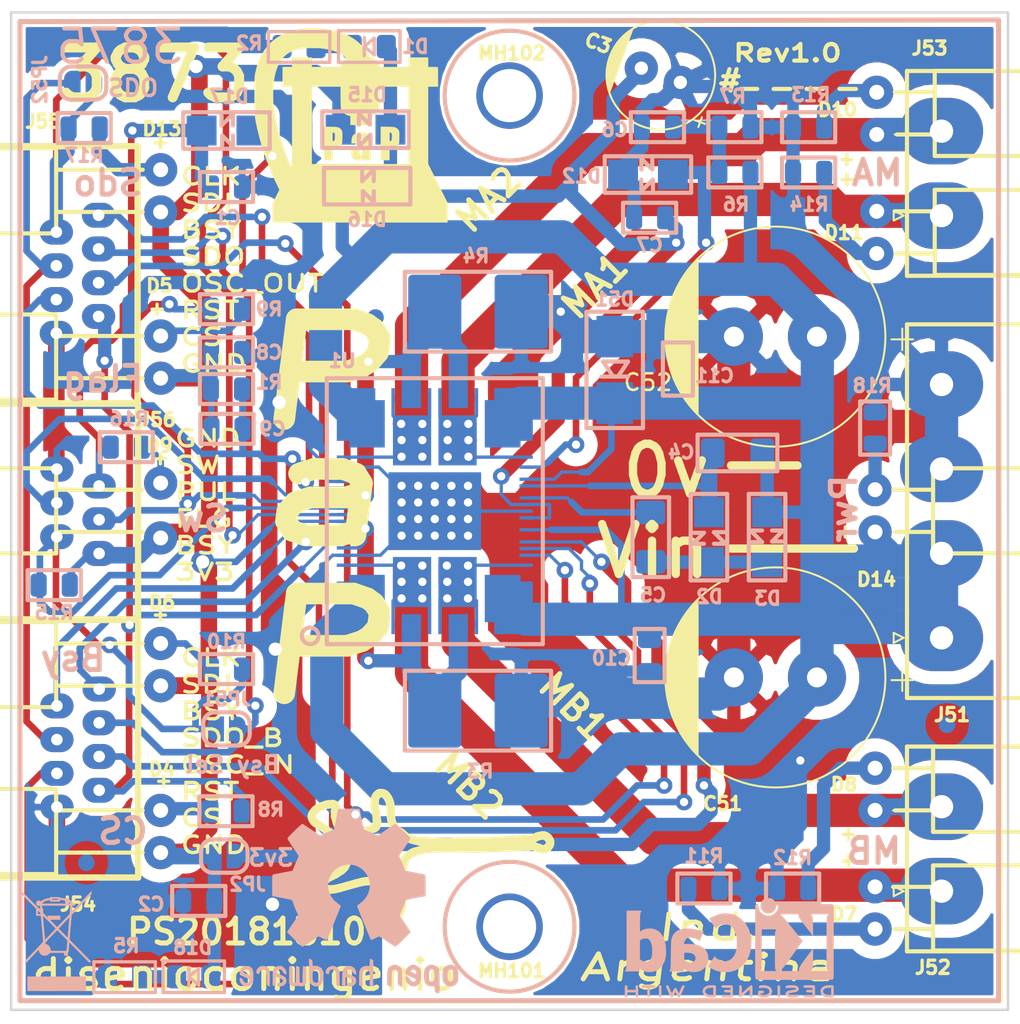
<source format=kicad_pcb>
(kicad_pcb (version 20171130) (host pcbnew 5.0.0-fee4fd1~66~ubuntu16.04.1)
  (title_block (title PaP) (date 2018-10-18) (rev 1.1) (company disenioconingenio) (comment 1 "PaP (driver de motor paso a pasos)") (comment 2 "Licencia: OSHW 1.0") (comment 3 www.disenioconingenio.com.ar) (comment 4 "Autor: Pablo Slavkin"))
  (layers (0 F.Cu signal hide) (31 B.Cu signal) (34 B.Paste user hide) (35 F.Paste user hide) (36 B.SilkS user hide) (37 F.SilkS user) (38 B.Mask user hide) (39 F.Mask user hide) (44 Edge.Cuts user hide))
  (net 0 "")
  (net 1 /connector/Switch)
  (net 2 "Net-(C5-Pad2)")
  (net 3 "Net-(D4-Pad1)")
  (net 4 "Net-(D5-Pad1)")
  (net 5 "Net-(D6-Pad1)")
  (net 6 "Net-(D7-Pad1)")
  (net 7 /connector/MotorA1)
  (net 8 /connector/MotorA2)
  (net 9 /connector/MotorB1)
  (net 10 /connector/MotorB2)
  (net 11 "Net-(D11-Pad1)")
  (net 12 /connector/Pulse)
  (net 13 /connector/Busy)
  (net 14 /connector/SDI)
  (net 15 /connector/CLK)
  (net 16 /connector/CS)
  (net 17 /connector/SDO)
  (net 18 85v)
  (net 19 15v)
  (net 20 G85V)
  (net 21 /connector/Reset)
  (net 22 /connector/Osc_Out)
  (net 23 /connector/Osc_In)
  (net 24 /motor/Switch_Local)
  (net 25 G3V3)
  (net 26 /connector/Busy_Out)
  (net 27 /motor/Adc)
  (net 28 /motor/SenseA)
  (net 29 /motor/SenseB)
  (net 30 /motor/Cpump)
  (net 31 /motor/Vboot)
  (net 32 "Net-(D10-Pad2)")
  (net 33 "Net-(D8-Pad2)")
  (net 34 /connector/Sdo_Back)
  (net 35 /connector/Flag)
  (net 36 3V3)
  (net 37 Vreg)
  (net 38 "Net-(D13-Pad1)")
  (net 39 "Net-(D9-Pad1)")
  (net 40 "Net-(D14-Pad2)")
  (net 41 "Net-(D1-Pad2)")
  (net 42 "Net-(D18-Pad2)")
  (module pap:led5x2_rj_rojo_abierto (layer F.Cu) (at 101.5 111.21 270)
    (fp_text reference D9 (at -2.660921 0.06969) (layer F.SilkS) (effects (font (size 0.8 0.8) (thickness 0.2))))
    (fp_text value LED)
    (fp_text user + (at -1.860921 0.06969 270) (layer F.SilkS) (effects (font (size 0.8 0.8) (thickness 0.2))))
    (pad 1 thru_hole circle (at -0.4 0 270) (size 2 2) (drill 0.9) (layers *.Cu *.Mask) (net 39 "Net-(D9-Pad1)"))
    (pad 2 thru_hole circle (at 2.9 0 270) (size 2 2) (drill 0.9) (layers *.Cu *.Mask) (net 36 3V3))
  )
  (module pap:led5x2_rj_amarillo (layer F.Cu) (at 101.5 120.46 270)
    (fp_text reference D6 (at -2.460921 -0.08031) (layer F.SilkS) (effects (font (size 0.8 0.8) (thickness 0.2))))
    (fp_text value LED)
    (fp_text user + (at -1.710921 0.06969 270) (layer F.SilkS) (effects (font (size 0.8 0.8) (thickness 0.2))))
    (pad 2 thru_hole circle (at 2.54 0 270) (size 2 2) (drill 0.9) (layers *.Cu *.Mask) (net 36 3V3))
    (pad 1 thru_hole circle (at 0 0 270) (size 2 2) (drill 0.9) (layers *.Cu *.Mask) (net 5 "Net-(D6-Pad1)"))
  )
  (module pap:led5x2_rj_amarillo (layer F.Cu) (at 101.5 101.96 270)
    (fp_text reference D5 (at -3.010921 0.06969) (layer F.SilkS) (effects (font (size 0.8 0.8) (thickness 0.2))))
    (fp_text value LED)
    (fp_text user + (at -1.610921 0.26969 270) (layer F.SilkS) (effects (font (size 0.8 0.8) (thickness 0.2))))
    (pad 2 thru_hole circle (at 2.54 0 270) (size 2 2) (drill 0.9) (layers *.Cu *.Mask) (net 36 3V3))
    (pad 1 thru_hole circle (at 0 0 270) (size 2 2) (drill 0.9) (layers *.Cu *.Mask) (net 4 "Net-(D5-Pad1)"))
  )
  (module pap:led5x2_rj_verde (layer F.Cu) (at 101.5 91.96 270)
    (fp_text reference D13 (at -2.460921 -0.08031) (layer F.SilkS) (effects (font (size 0.8 0.8) (thickness 0.2))))
    (fp_text value LED)
    (fp_text user + (at -1.610921 0.06969 270) (layer F.SilkS) (effects (font (size 0.8 0.8) (thickness 0.2))))
    (pad 2 thru_hole circle (at 2.54 0 270) (size 2 2) (drill 0.9) (layers *.Cu *.Mask) (net 36 3V3))
    (pad 1 thru_hole circle (at 0 0 270) (size 2 2) (drill 0.9) (layers *.Cu *.Mask) (net 38 "Net-(D13-Pad1)"))
  )
  (module pap:led5x2_rj_verde (layer F.Cu) (at 101.5 130.5 270)
    (fp_text reference D4 (at -2.460921 -0.08031) (layer F.SilkS) (effects (font (size 0.8 0.8) (thickness 0.2))))
    (fp_text value LED)
    (fp_text user + (at -1.750921 -0.13031 270) (layer F.SilkS) (effects (font (size 0.8 0.8) (thickness 0.2))))
    (pad 2 thru_hole circle (at 2.54 0 270) (size 2 2) (drill 0.9) (layers *.Cu *.Mask) (net 36 3V3))
    (pad 1 thru_hole circle (at 0 0 270) (size 2 2) (drill 0.9) (layers *.Cu *.Mask) (net 3 "Net-(D4-Pad1)"))
  )
  (module pap:led5x2_enchufable_amarillo (layer F.Cu) (at 144.5 137.64 90)
    (fp_text reference D7 (at 0.890921 -1.86969 180) (layer F.SilkS) (effects (font (size 0.8 0.8) (thickness 0.2))))
    (fp_text value LED)
    (fp_text user + (at 4.090921 -1.66969 90) (layer F.SilkS) (effects (font (size 0.8 0.8) (thickness 0.2))))
    (pad 1 thru_hole circle (at 0 0 90) (size 2 2) (drill 0.9) (layers *.Cu *.Mask) (net 6 "Net-(D7-Pad1)"))
    (pad 2 thru_hole circle (at 2.54 0 90) (size 2 2) (drill 0.9) (layers *.Cu *.Mask) (net 10 /connector/MotorB2))
  )
  (module pap:led5x2_enchufable_amarillo (layer F.Cu) (at 144.6 89.84 90)
    (fp_text reference D10 (at 1.490921 -2.36969 180) (layer F.SilkS) (effects (font (size 0.8 0.8) (thickness 0.2))))
    (fp_text value LED_I)
    (fp_text user + (at -1.509079 -1.85 90) (layer F.SilkS) (effects (font (size 0.8 0.8) (thickness 0.2))))
    (pad 1 thru_hole circle (at 0 0 90) (size 2 2) (drill 0.9) (layers *.Cu *.Mask) (net 8 /connector/MotorA2))
    (pad 2 thru_hole circle (at 2.54 0 90) (size 2 2) (drill 0.9) (layers *.Cu *.Mask) (net 32 "Net-(D10-Pad2)"))
  )
  (module pap:led5x2_enchufable_verde (layer F.Cu) (at 144.5 130.5 90)
    (fp_text reference D8 (at 1.550921 -1.86969 180) (layer F.SilkS) (effects (font (size 0.8 0.8) (thickness 0.2))))
    (fp_text value LED_I)
    (fp_text user + (at -1.449079 -1.66969 90) (layer F.SilkS) (effects (font (size 0.8 0.8) (thickness 0.2))))
    (pad 1 thru_hole circle (at 0 0 90) (size 2 2) (drill 0.9) (layers *.Cu *.Mask) (net 9 /connector/MotorB1))
    (pad 2 thru_hole circle (at 2.54 0 90) (size 2 2) (drill 0.9) (layers *.Cu *.Mask) (net 33 "Net-(D8-Pad2)"))
  )
  (module pap:led5x2_enchufable_verde (layer F.Cu) (at 144.6 97 90)
    (fp_text reference D11 (at 1.250921 -1.96969 180) (layer F.SilkS) (effects (font (size 0.8 0.8) (thickness 0.2))))
    (fp_text value LED)
    (fp_text user + (at 4.450921 -1.85 90) (layer F.SilkS) (effects (font (size 0.8 0.8) (thickness 0.2))))
    (pad 1 thru_hole circle (at 0 0 90) (size 2 2) (drill 0.9) (layers *.Cu *.Mask) (net 11 "Net-(D11-Pad1)"))
    (pad 2 thru_hole circle (at 2.54 0 90) (size 2 2) (drill 0.9) (layers *.Cu *.Mask) (net 7 /connector/MotorA1))
  )
  (module pap:led5x2_enchufable_rojo (layer F.Cu) (at 144.5 113.749079 90)
    (fp_text reference D14 (at -2.859079 0.08031 180) (layer F.SilkS) (effects (font (size 0.8 0.8) (thickness 0.2))))
    (fp_text value LED_I)
    (fp_text user + (at 0 -1.85 90) (layer F.SilkS) (effects (font (size 0.8 0.8) (thickness 0.2))))
    (pad 1 thru_hole circle (at 0 0 90) (size 2 2) (drill 0.9) (layers *.Cu *.Mask) (net 18 85v))
    (pad 2 thru_hole circle (at 2.54 0 90) (size 2 2) (drill 0.9) (layers *.Cu *.Mask) (net 40 "Net-(D14-Pad2)"))
  )
  (module pap:R_0805_2012Metric (layer B.Cu) (at 96.89281 89.449079)
    (fp_text reference R17 (at 0 1.65) (layer B.SilkS) (effects (font (size 0.8 0.8) (thickness 0.2)) (justify mirror)))
    (fp_text value 100e)
    (pad 2 smd roundrect (at 0.9375 0) (size 0.975 1.4) (layers B.Cu B.Paste B.Mask) (net 38 "Net-(D13-Pad1)"))
    (pad 1 smd roundrect (at -0.9375 0) (size 0.975 1.4) (layers B.Cu B.Paste B.Mask) (net 17 /connector/SDO))
  )
  (module pap:C_0805_2012Metric (layer B.Cu) (at 130.93031 94.849079)
    (fp_text reference C7 (at 0 1.65) (layer B.SilkS) (effects (font (size 0.8 0.8) (thickness 0.2)) (justify mirror)))
    (fp_text value 100n)
    (pad 1 smd roundrect (at -0.9375 0) (size 0.975 1.4) (layers B.Cu B.Paste B.Mask) (net 20 G85V))
    (pad 2 smd roundrect (at 0.9375 0) (size 0.975 1.4) (layers B.Cu B.Paste B.Mask) (net 19 15v))
  )
  (module pap:R_0805_2012Metric (layer B.Cu) (at 95.09281 116.949079)
    (fp_text reference R15 (at 0 1.65) (layer B.SilkS) (effects (font (size 0.8 0.8) (thickness 0.2)) (justify mirror)))
    (fp_text value R)
    (pad 2 smd roundrect (at 0.9375 0) (size 0.975 1.4) (layers B.Cu B.Paste B.Mask) (net 36 3V3))
    (pad 1 smd roundrect (at -0.9375 0) (size 0.975 1.4) (layers B.Cu B.Paste B.Mask) (net 13 /connector/Busy))
  )
  (module pap:R_0805_2012Metric (layer B.Cu) (at 99.43031 108.649079)
    (fp_text reference R16 (at 0.16781 -1.7) (layer B.SilkS) (effects (font (size 0.8 0.8) (thickness 0.2)) (justify mirror)))
    (fp_text value 100e)
    (pad 2 smd roundrect (at 0.9375 0) (size 0.975 1.4) (layers B.Cu B.Paste B.Mask) (net 39 "Net-(D9-Pad1)"))
    (pad 1 smd roundrect (at -0.9375 0) (size 0.975 1.4) (layers B.Cu B.Paste B.Mask) (net 1 /connector/Switch))
  )
  (module pap:C_0805_2012Metric (layer B.Cu) (at 105.49281 107.549079 180)
    (fp_text reference C9 (at -2.7375 0 180) (layer B.SilkS) (effects (font (size 0.8 0.8) (thickness 0.2)) (justify mirror)))
    (fp_text value 100n)
    (pad 1 smd roundrect (at -0.9375 0 180) (size 0.975 1.4) (layers B.Cu B.Paste B.Mask) (net 21 /connector/Reset))
    (pad 2 smd roundrect (at 0.9375 0 180) (size 0.975 1.4) (layers B.Cu B.Paste B.Mask) (net 36 3V3))
  )
  (module pap:R_0805_2012Metric (layer B.Cu) (at 105.4625 105.149079 180)
    (fp_text reference R1 (at -2.56781 0.4 180) (layer B.SilkS) (effects (font (size 0.8 0.8) (thickness 0.2)) (justify mirror)))
    (fp_text value 10k)
    (pad 2 smd roundrect (at 0.9375 0 180) (size 0.975 1.4) (layers B.Cu B.Paste B.Mask) (net 36 3V3))
    (pad 1 smd roundrect (at -0.9375 0 180) (size 0.975 1.4) (layers B.Cu B.Paste B.Mask) (net 21 /connector/Reset))
  )
  (module pap:C_0805_2012Metric (layer B.Cu) (at 105.46781 102.949079 180)
    (fp_text reference C8 (at -2.5625 0 180) (layer B.SilkS) (effects (font (size 0.8 0.8) (thickness 0.2)) (justify mirror)))
    (fp_text value 100n)
    (pad 1 smd roundrect (at -0.9375 0 180) (size 0.975 1.4) (layers B.Cu B.Paste B.Mask) (net 25 G3V3))
    (pad 2 smd roundrect (at 0.9375 0 180) (size 0.975 1.4) (layers B.Cu B.Paste B.Mask) (net 36 3V3))
  )
  (module pap:C_0805_2012Metric (layer B.Cu) (at 132.63031 103.949079 270)
    (fp_text reference C11 (at 0.4 -2.2) (layer B.SilkS) (effects (font (size 0.8 0.8) (thickness 0.2)) (justify mirror)))
    (fp_text value 100n)
    (pad 1 smd roundrect (at -0.9375 0 270) (size 0.975 1.4) (layers B.Cu B.Paste B.Mask) (net 20 G85V))
    (pad 2 smd roundrect (at 0.9375 0 270) (size 0.975 1.4) (layers B.Cu B.Paste B.Mask) (net 18 85v))
  )
  (module pap:CP_Radial_D6.3mm_P2.50mm (layer F.Cu) (at 132.779542 86.704129 160)
    (fp_text reference C3 (at 5.456231 0.520286 160) (layer F.SilkS) (effects (font (size 0.8 0.8) (thickness 0.2))))
    (fp_text value 220uFx25v)
    (pad 1 thru_hole circle (at 0 0 160) (size 2 2) (drill 0.8) (layers *.Cu *.Mask) (net 20 G85V))
    (pad 2 thru_hole circle (at 2.5 0 160) (size 2 2) (drill 0.8) (layers *.Cu *.Mask) (net 19 15v))
  )
  (module pap:C_0805_2012Metric (layer B.Cu) (at 130.93031 121.186579 90)
    (fp_text reference C10 (at -0.1625 -2.3 180) (layer B.SilkS) (effects (font (size 0.8 0.8) (thickness 0.2)) (justify mirror)))
    (fp_text value 100n)
    (pad 1 smd roundrect (at -0.9375 0 90) (size 0.975 1.4) (layers B.Cu B.Paste B.Mask) (net 20 G85V))
    (pad 2 smd roundrect (at 0.9375 0 90) (size 0.975 1.4) (layers B.Cu B.Paste B.Mask) (net 18 85v))
  )
  (module pap:C_0805_2012Metric (layer B.Cu) (at 103.79281 135.949079)
    (fp_text reference C2 (at -2.8625 0.2 180) (layer B.SilkS) (effects (font (size 0.8 0.8) (thickness 0.2)) (justify mirror)))
    (fp_text value 100n)
    (pad 1 smd roundrect (at -0.9375 0) (size 0.975 1.4) (layers B.Cu B.Paste B.Mask) (net 25 G3V3))
    (pad 2 smd roundrect (at 0.9375 0) (size 0.975 1.4) (layers B.Cu B.Paste B.Mask) (net 36 3V3))
  )
  (module pap:Wo_Paste_LED_0805_2012Metric_Pad1.15x1.40mm_HandSolder (layer B.Cu) (at 103.492484 140.510187 180)
    (fp_text reference D18 (at 0.062174 1.761108 180) (layer B.SilkS) (effects (font (size 0.8 0.8) (thickness 0.2)) (justify mirror)))
    (fp_text value LED_SMD)
    (pad 2 smd roundrect (at 1.025 0 180) (size 1.15 1.4) (layers B.Cu B.Mask) (roundrect_rratio 0.217) (net 42 "Net-(D18-Pad2)"))
    (pad 1 smd roundrect (at -1.025 0 180) (size 1.15 1.4) (layers B.Cu B.Mask) (roundrect_rratio 0.217) (net 36 3V3))
  )
  (module pap:Wo_Paste_LED_0805_2012Metric_Pad1.15x1.40mm_HandSolder (layer B.Cu) (at 114.05531 84.549079 180)
    (fp_text reference D1 (at -2.775 0 180) (layer B.SilkS) (effects (font (size 0.8 0.8) (thickness 0.2)) (justify mirror)))
    (fp_text value LED_SMD)
    (pad 2 smd roundrect (at 1.025 0 180) (size 1.15 1.4) (layers B.Cu B.Mask) (roundrect_rratio 0.217) (net 41 "Net-(D1-Pad2)"))
    (pad 1 smd roundrect (at -1.025 0 180) (size 1.15 1.4) (layers B.Cu B.Mask) (roundrect_rratio 0.217) (net 19 15v))
  )
  (module pap:Wo_Paste_R_0805_2012Metric_Pad1.15x1.40mm_HandSolder (layer B.Cu) (at 109.83031 84.549079)
    (fp_text reference R2 (at -3 -0.2) (layer B.SilkS) (effects (font (size 0.8 0.8) (thickness 0.2)) (justify mirror)))
    (fp_text value 1k5)
    (pad 2 smd roundrect (at 1.025 0) (size 1.15 1.4) (layers B.Cu B.Mask) (roundrect_rratio 0.217) (net 41 "Net-(D1-Pad2)"))
    (pad 1 smd roundrect (at -1.025 0) (size 1.15 1.4) (layers B.Cu B.Mask) (roundrect_rratio 0.217) (net 25 G3V3))
  )
  (module pap:Wo_Paste_R_0805_2012Metric_Pad1.15x1.40mm_HandSolder (layer B.Cu) (at 99.329984 140.510187)
    (fp_text reference R5 (at 0.100326 -1.861108) (layer B.SilkS) (effects (font (size 0.8 0.8) (thickness 0.2)) (justify mirror)))
    (fp_text value 100e)
    (pad 2 smd roundrect (at 1.025 0) (size 1.15 1.4) (layers B.Cu B.Mask) (roundrect_rratio 0.217) (net 42 "Net-(D18-Pad2)"))
    (pad 1 smd roundrect (at -1.025 0) (size 1.15 1.4) (layers B.Cu B.Mask) (roundrect_rratio 0.217) (net 25 G3V3))
  )
  (module pap:KiCad-Logo2_6mm_SilkScreen (layer B.Cu) (at 135.73031 138.749079 180)
    (fp_text reference L102 hide)
    (fp_text value logo_kicad hide)
  )
  (module pap:OSHW-Logo2_14.6x12mm_SilkScreen (layer B.Cu) (at 112.83031 135.949079 180)
    (fp_text reference LOGO103 hide)
    (fp_text value Logo_Open_Hardware_Small hide)
  )
  (module pap:WEEE-Logo_4.2x6mm_SilkScreen (layer B.Cu) (at 95.23031 138.349079 180)
    (fp_text reference L401 hide)
    (fp_text value logo_recyclado hide)
  )
  (module pap:PhoenixContact_MSTBA_2,5_2-G-5,08_1x02_P5.08mm_Horizontal (layer F.Cu) (at 148.5 94.72 90)
    (fp_text reference J53 (at 10.070921 -0.71969 180) (layer F.SilkS) (effects (font (size 0.8 0.8) (thickness 0.2))))
    (fp_text value Conn_01x02)
    (pad 2 thru_hole oval (at 5.08 0 90) (size 4 5) (drill 1.4) (layers *.Cu *.Mask) (net 8 /connector/MotorA2))
    (pad 1 thru_hole oval (at 0 0 90) (size 4 5) (drill 1.4) (layers *.Cu *.Mask) (net 7 /connector/MotorA1))
  )
  (module pap:Fiducial_1mm_Dia_2mm_Outer (layer B.Cu) (at 97.03031 133.649079)
    (fp_text reference F2 hide)
    (fp_text value Fiducial)
    (pad ~ smd circle (at 0 0) (size 1 1) (layers B.Cu B.Mask) (clearance 0.5))
  )
  (module pap:Fiducial_1mm_Dia_2mm_Outer (layer B.Cu) (at 114.43031 100.849079)
    (fp_text reference F3 hide)
    (fp_text value Fiducial)
    (pad ~ smd circle (at 0 0) (size 1 1) (layers B.Cu B.Mask) (clearance 0.5))
  )
  (module pap:Fiducial_1mm_Dia_2mm_Outer (layer B.Cu) (at 148.83031 125.349079)
    (fp_text reference F1 hide)
    (fp_text value Fiducial)
    (pad ~ smd circle (at 0 0) (size 1 1) (layers B.Cu B.Mask) (clearance 0.5))
  )
  (module pap:cnc (layer F.Cu) (at 113.03031 89.249079)
    (fp_text reference L104 hide)
    (fp_text value logo_cnc hide)
  )
  (module pap:logo_neurona_15mm (layer F.Cu) (at 116.63031 133.149079)
    (fp_text reference L101 hide)
    (fp_text value logo_dci)
  )
  (module pap:SolderJumper-2_P1.3mm_Open_RoundedPad1.0x1.5mm (layer B.Cu) (at 105.33031 133.249079)
    (fp_text reference JP2 (at 1.4 1.7) (layer B.SilkS) (effects (font (size 0.8 0.8) (thickness 0.2)) (justify mirror)))
    (fp_text value jumper)
    (pad 1 smd custom (at -0.65 0) (size 1 0.5) (layers B.Cu B.Mask) (net 36 3V3) (options (clearance outline) (anchor rect)) (primitives (gr_circle (center 0 -0.25) (end 0.5 -0.25) (width 0)) (gr_circle (center 0 0.25) (end 0.5 0.25) (width 0)) (gr_poly (pts (xy 0 0.75) (xy 0.5 0.75) (xy 0.5 -0.75) (xy 0 -0.75)) (width 0))))
    (pad 2 smd custom (at 0.65 0) (size 1 0.5) (layers B.Cu B.Mask) (net 37 Vreg) (options (clearance outline) (anchor rect)) (primitives (gr_circle (center 0 -0.25) (end 0.5 -0.25) (width 0)) (gr_circle (center 0 0.25) (end 0.5 0.25) (width 0)) (gr_poly (pts (xy 0 0.75) (xy -0.5 0.75) (xy -0.5 -0.75) (xy 0 -0.75)) (width 0))))
  )
  (module pap:NetTie-2_SMD_Pad0.2mm_sin_seri (layer B.Cu) (at 114.13031 109.849079 180)
    (fp_text reference NT52 hide)
    (fp_text value Net-Tie_2)
    (pad 2 smd rect (at 0.1 0 180) (size 0.2 0.2) (layers B.Cu) (net 25 G3V3))
    (pad 1 smd rect (at -0.1 0 180) (size 0.2 0.2) (layers B.Cu) (net 20 G85V))
  )
  (module pap:NetTie-2_SMD_Pad0.2mm_sin_seri (layer B.Cu) (at 114.33031 115.149079 180)
    (fp_text reference NT51 hide)
    (fp_text value Net-Tie_2)
    (pad 2 smd rect (at 0.1 0 180) (size 0.2 0.2) (layers B.Cu) (net 25 G3V3))
    (pad 1 smd rect (at -0.1 0 180) (size 0.2 0.2) (layers B.Cu) (net 20 G85V))
  )
  (module pap:D_MiniMELF (layer B.Cu) (at 113.83031 89.549079 180)
    (fp_text reference D15 (at -0.1 2.1 180) (layer B.SilkS) (effects (font (size 0.8 0.8) (thickness 0.2)) (justify mirror)))
    (fp_text value LL4148)
    (pad 1 smd rect (at -1.5 0 180) (size 1.8 1.8) (layers B.Cu B.Paste B.Mask) (net 19 15v))
    (pad 2 smd rect (at 1.5 0 180) (size 1.8 1.8) (layers B.Cu B.Paste B.Mask) (net 36 3V3))
  )
  (module pap:D_MiniMELF (layer B.Cu) (at 113.93031 92.949079)
    (fp_text reference D16 (at 0 2) (layer B.SilkS) (effects (font (size 0.8 0.8) (thickness 0.2)) (justify mirror)))
    (fp_text value LL4148)
    (pad 1 smd rect (at -1.5 0) (size 1.8 1.8) (layers B.Cu B.Paste B.Mask) (net 18 85v))
    (pad 2 smd rect (at 1.5 0) (size 1.8 1.8) (layers B.Cu B.Paste B.Mask) (net 19 15v))
  )
  (module pap:C_1206_3216Metric_Pad1.42x1.75mm_HandSolder (layer B.Cu) (at 136.21781 109)
    (fp_text reference C4 (at -3.3875 -0.050921) (layer B.SilkS) (effects (font (size 0.8 0.8) (thickness 0.2)) (justify mirror)))
    (fp_text value 220n)
    (pad 1 smd roundrect (at -1.4875 0) (size 1.425 1.75) (layers B.Cu B.Paste B.Mask) (roundrect_rratio 0.175439) (net 31 /motor/Vboot))
    (pad 2 smd roundrect (at 1.4875 0) (size 1.425 1.75) (layers B.Cu B.Paste B.Mask) (roundrect_rratio 0.175439) (net 18 85v))
  )
  (module pap:SolderJumper-2_P1.3mm_Open_RoundedPad1.0x1.5mm (layer B.Cu) (at 96.83031 86.749079 180)
    (fp_text reference JP52 (at 2.6 0.2 90) (layer B.SilkS) (effects (font (size 0.8 0.8) (thickness 0.2)) (justify mirror)))
    (fp_text value jumper)
    (pad 1 smd custom (at -0.65 0 180) (size 1 0.5) (layers B.Cu B.Mask) (net 17 /connector/SDO) (options (clearance outline) (anchor rect)) (primitives (gr_circle (center 0 -0.25) (end 0.5 -0.25) (width 0)) (gr_circle (center 0 0.25) (end 0.5 0.25) (width 0)) (gr_poly (pts (xy 0 0.75) (xy 0.5 0.75) (xy 0.5 -0.75) (xy 0 -0.75)) (width 0))))
    (pad 2 smd custom (at 0.65 0 180) (size 1 0.5) (layers B.Cu B.Mask) (net 34 /connector/Sdo_Back) (options (clearance outline) (anchor rect)) (primitives (gr_circle (center 0 -0.25) (end 0.5 -0.25) (width 0)) (gr_circle (center 0 0.25) (end 0.5 0.25) (width 0)) (gr_poly (pts (xy 0 0.75) (xy -0.5 0.75) (xy -0.5 -0.75) (xy 0 -0.75)) (width 0))))
  )
  (module pap:R_0805_2012Metric (layer B.Cu) (at 105.43031 130.549079 180)
    (fp_text reference R8 (at -2.7 0.1 180) (layer B.SilkS) (effects (font (size 0.8 0.8) (thickness 0.2)) (justify mirror)))
    (fp_text value 100e)
    (pad 2 smd roundrect (at 0.9375 0 180) (size 0.975 1.4) (layers B.Cu B.Paste B.Mask) (net 3 "Net-(D4-Pad1)"))
    (pad 1 smd roundrect (at -0.9375 0 180) (size 0.975 1.4) (layers B.Cu B.Paste B.Mask) (net 16 /connector/CS))
  )
  (module pap:R_0805_2012Metric (layer B.Cu) (at 105.4625 100.349079)
    (fp_text reference R9 (at 2.56781 0) (layer B.SilkS) (effects (font (size 0.8 0.8) (thickness 0.2)) (justify mirror)))
    (fp_text value 100e)
    (pad 2 smd roundrect (at 0.9375 0) (size 0.975 1.4) (layers B.Cu B.Paste B.Mask) (net 4 "Net-(D5-Pad1)"))
    (pad 1 smd roundrect (at -0.9375 0) (size 0.975 1.4) (layers B.Cu B.Paste B.Mask) (net 35 /connector/Flag))
  )
  (module pap:SolderJumper-2_P1.3mm_Open_RoundedPad1.0x1.5mm (layer B.Cu) (at 105.4625 125.6 180)
    (fp_text reference JP51 (at 0 1.8 180) (layer B.SilkS) (effects (font (size 0.8 0.8) (thickness 0.2)) (justify mirror)))
    (fp_text value jumper)
    (pad 1 smd custom (at -0.65 0 180) (size 1 0.5) (layers B.Cu B.Mask) (net 26 /connector/Busy_Out) (options (clearance outline) (anchor rect)) (primitives (gr_circle (center 0 -0.25) (end 0.5 -0.25) (width 0)) (gr_circle (center 0 0.25) (end 0.5 0.25) (width 0)) (gr_poly (pts (xy 0 0.75) (xy 0.5 0.75) (xy 0.5 -0.75) (xy 0 -0.75)) (width 0))))
    (pad 2 smd custom (at 0.65 0 180) (size 1 0.5) (layers B.Cu B.Mask) (net 13 /connector/Busy) (options (clearance outline) (anchor rect)) (primitives (gr_circle (center 0 -0.25) (end 0.5 -0.25) (width 0)) (gr_circle (center 0 0.25) (end 0.5 0.25) (width 0)) (gr_poly (pts (xy 0 0.75) (xy -0.5 0.75) (xy -0.5 -0.75) (xy 0 -0.75)) (width 0))))
  )
  (module pap:D_MiniMELF (layer B.Cu) (at 134.5 114.0625 270)
    (fp_text reference D2 (at 3.586579 -0.03031) (layer B.SilkS) (effects (font (size 0.8 0.8) (thickness 0.2)) (justify mirror)))
    (fp_text value LL4148)
    (pad 1 smd rect (at -1.5 0 270) (size 1.8 1.8) (layers B.Cu B.Paste B.Mask) (net 31 /motor/Vboot))
    (pad 2 smd rect (at 1.5 0 270) (size 1.8 1.8) (layers B.Cu B.Paste B.Mask) (net 2 "Net-(C5-Pad2)"))
  )
  (module pap:R_0805_2012Metric (layer B.Cu) (at 140.5 92.125001)
    (fp_text reference R14 (at 0.03031 1.924078) (layer B.SilkS) (effects (font (size 0.8 0.8) (thickness 0.2)) (justify mirror)))
    (fp_text value 10k)
    (pad 2 smd roundrect (at 0.9375 0) (size 0.975 1.4) (layers B.Cu B.Paste B.Mask) (net 11 "Net-(D11-Pad1)"))
    (pad 1 smd roundrect (at -0.9375 0) (size 0.975 1.4) (layers B.Cu B.Paste B.Mask) (net 20 G85V))
  )
  (module pap:MountingHole_3.2mm_M3 (layer F.Cu) (at 122.5 137.5)
    (fp_text reference MH101 (at 0.13031 2.649079) (layer F.SilkS) (effects (font (size 0.8 0.8) (thickness 0.2))))
    (fp_text value 3mm)
    (pad "" thru_hole circle (at 0 0) (size 4 4) (drill 3.2) (layers *.Cu *.Mask) (clearance 2.2))
  )
  (module pap:MountingHole_3.2mm_M3 (layer F.Cu) (at 122.5 87.5)
    (fp_text reference MH102 (at 0.13031 -2.550921) (layer F.SilkS) (effects (font (size 0.8 0.8) (thickness 0.2))))
    (fp_text value 3mm)
    (pad "" thru_hole circle (at 0 0) (size 4 4) (drill 3.2) (layers *.Cu *.Mask) (clearance 2.2))
  )
  (module pap:R_2816_7142Metric_Pad3.20x4.45mm_HandSolder (layer B.Cu) (at 120.6 124.5)
    (fp_text reference R3 (at 0.13031 3.649079) (layer B.SilkS) (effects (font (size 0.8 0.8) (thickness 0.2)) (justify mirror)))
    (fp_text value 0.1e)
    (pad 2 smd roundrect (at 2.6 0) (size 3.2 4.45) (layers B.Cu B.Paste B.Mask) (roundrect_rratio 0.078125) (net 20 G85V))
    (pad 1 smd roundrect (at -2.6 0) (size 3.2 4.45) (layers B.Cu B.Paste B.Mask) (roundrect_rratio 0.078125) (net 29 /motor/SenseB))
  )
  (module pap:R_2816_7142Metric_Pad3.20x4.45mm_HandSolder (layer B.Cu) (at 120.6 100.5)
    (fp_text reference R4 (at -0.11969 -3.350921) (layer B.SilkS) (effects (font (size 0.8 0.8) (thickness 0.2)) (justify mirror)))
    (fp_text value 0.1e)
    (pad 2 smd roundrect (at 2.6 0) (size 3.2 4.45) (layers B.Cu B.Paste B.Mask) (roundrect_rratio 0.078125) (net 20 G85V))
    (pad 1 smd roundrect (at -2.6 0) (size 3.2 4.45) (layers B.Cu B.Paste B.Mask) (roundrect_rratio 0.078125) (net 28 /motor/SenseA))
  )
  (module pap:R_0805_2012Metric (layer B.Cu) (at 105.4625 122 180)
    (fp_text reference R10 (at 0 1.65 180) (layer B.SilkS) (effects (font (size 0.8 0.8) (thickness 0.2)) (justify mirror)))
    (fp_text value 100e)
    (pad 2 smd roundrect (at 0.9375 0 180) (size 0.975 1.4) (layers B.Cu B.Paste B.Mask) (net 5 "Net-(D6-Pad1)"))
    (pad 1 smd roundrect (at -0.9375 0 180) (size 0.975 1.4) (layers B.Cu B.Paste B.Mask) (net 13 /connector/Busy))
  )
  (module pap:R_0805_2012Metric (layer B.Cu) (at 136.0625 92.125001 180)
    (fp_text reference R6 (at -0.06781 -1.924078 180) (layer B.SilkS) (effects (font (size 0.8 0.8) (thickness 0.2)) (justify mirror)))
    (fp_text value 100k)
    (pad 2 smd roundrect (at 0.9375 0 180) (size 0.975 1.4) (layers B.Cu B.Paste B.Mask) (net 27 /motor/Adc))
    (pad 1 smd roundrect (at -0.9375 0 180) (size 0.975 1.4) (layers B.Cu B.Paste B.Mask) (net 18 85v))
  )
  (module pap:R_0805_2012Metric (layer B.Cu) (at 136.0625 89.4)
    (fp_text reference R7 (at -0.13219 -1.850921) (layer B.SilkS) (effects (font (size 0.8 0.8) (thickness 0.2)) (justify mirror)))
    (fp_text value 3k3)
    (pad 2 smd roundrect (at 0.9375 0) (size 0.975 1.4) (layers B.Cu B.Paste B.Mask) (net 20 G85V))
    (pad 1 smd roundrect (at -0.9375 0) (size 0.975 1.4) (layers B.Cu B.Paste B.Mask) (net 27 /motor/Adc))
  )
  (module pap:R_0805_2012Metric (layer B.Cu) (at 134.2 135.2 180)
    (fp_text reference R11 (at 0 1.950921 180) (layer B.SilkS) (effects (font (size 0.8 0.8) (thickness 0.2)) (justify mirror)))
    (fp_text value 10k)
    (pad 2 smd roundrect (at 0.9375 0 180) (size 0.975 1.4) (layers B.Cu B.Paste B.Mask) (net 6 "Net-(D7-Pad1)"))
    (pad 1 smd roundrect (at -0.9375 0 180) (size 0.975 1.4) (layers B.Cu B.Paste B.Mask) (net 20 G85V))
  )
  (module pap:R_0805_2012Metric (layer B.Cu) (at 144.5 107.5 270)
    (fp_text reference R18 (at -2.550921 0.16969) (layer B.SilkS) (effects (font (size 0.8 0.8) (thickness 0.2)) (justify mirror)))
    (fp_text value 10k)
    (pad 2 smd roundrect (at 0.9375 0 270) (size 0.975 1.4) (layers B.Cu B.Paste B.Mask) (net 40 "Net-(D14-Pad2)"))
    (pad 1 smd roundrect (at -0.9375 0 270) (size 0.975 1.4) (layers B.Cu B.Paste B.Mask) (net 20 G85V))
  )
  (module pap:R_0805_2012Metric (layer B.Cu) (at 139.5375 135.2)
    (fp_text reference R12 (at -0.00719 -1.850921) (layer B.SilkS) (effects (font (size 0.8 0.8) (thickness 0.2)) (justify mirror)))
    (fp_text value 10k)
    (pad 2 smd roundrect (at 0.9375 0) (size 0.975 1.4) (layers B.Cu B.Paste B.Mask) (net 33 "Net-(D8-Pad2)"))
    (pad 1 smd roundrect (at -0.9375 0) (size 0.975 1.4) (layers B.Cu B.Paste B.Mask) (net 20 G85V))
  )
  (module pap:R_0805_2012Metric (layer B.Cu) (at 140.5 89.4)
    (fp_text reference R13 (at 0.13031 -1.950921) (layer B.SilkS) (effects (font (size 0.8 0.8) (thickness 0.2)) (justify mirror)))
    (fp_text value 10k)
    (pad 2 smd roundrect (at 0.9375 0) (size 0.975 1.4) (layers B.Cu B.Paste B.Mask) (net 32 "Net-(D10-Pad2)"))
    (pad 1 smd roundrect (at -0.9375 0) (size 0.975 1.4) (layers B.Cu B.Paste B.Mask) (net 20 G85V))
  )
  (module pap:C_0805_2012Metric (layer B.Cu) (at 131.4 89.4)
    (fp_text reference C6 (at -2.56969 0.149079) (layer B.SilkS) (effects (font (size 0.8 0.8) (thickness 0.2)) (justify mirror)))
    (fp_text value 100n)
    (pad 1 smd roundrect (at -0.9375 0) (size 0.975 1.4) (layers B.Cu B.Paste B.Mask) (net 20 G85V))
    (pad 2 smd roundrect (at 0.9375 0) (size 0.975 1.4) (layers B.Cu B.Paste B.Mask) (net 27 /motor/Adc))
  )
  (module pap:C_1206_3216Metric_Pad1.42x1.75mm_HandSolder (layer B.Cu) (at 131 114.0625 270)
    (fp_text reference C5 (at 3.486579 -0.13031) (layer B.SilkS) (effects (font (size 0.8 0.8) (thickness 0.2)) (justify mirror)))
    (fp_text value 220n)
    (pad 1 smd roundrect (at -1.4875 0 270) (size 1.425 1.75) (layers B.Cu B.Paste B.Mask) (roundrect_rratio 0.175439) (net 30 /motor/Cpump))
    (pad 2 smd roundrect (at 1.4875 0 270) (size 1.425 1.75) (layers B.Cu B.Paste B.Mask) (roundrect_rratio 0.175439) (net 2 "Net-(C5-Pad2)"))
  )
  (module pap:C_0805_2012Metric (layer B.Cu) (at 105.4625 93 180)
    (fp_text reference C1 (at -0.06781 -1.849079 180) (layer B.SilkS) (effects (font (size 0.8 0.8) (thickness 0.2)) (justify mirror)))
    (fp_text value 10n)
    (pad 1 smd roundrect (at -0.9375 0 180) (size 0.975 1.4) (layers B.Cu B.Paste B.Mask) (net 25 G3V3))
    (pad 2 smd roundrect (at 0.9375 0 180) (size 0.975 1.4) (layers B.Cu B.Paste B.Mask) (net 1 /connector/Switch))
  )
  (module pap:D_MiniMELF (layer B.Cu) (at 105.4625 89.6)
    (fp_text reference D17 (at 0.16781 -2.050921) (layer B.SilkS) (effects (font (size 0.8 0.8) (thickness 0.2)) (justify mirror)))
    (fp_text value LL4148)
    (pad 1 smd rect (at -1.5 0) (size 1.8 1.8) (layers B.Cu B.Paste B.Mask) (net 1 /connector/Switch))
    (pad 2 smd rect (at 1.5 0) (size 1.8 1.8) (layers B.Cu B.Paste B.Mask) (net 24 /motor/Switch_Local))
  )
  (module pap:D_MiniMELF (layer B.Cu) (at 130.83031 92.249079 180)
    (fp_text reference D12 (at 4 -0.1 180) (layer B.SilkS) (effects (font (size 0.8 0.8) (thickness 0.2)) (justify mirror)))
    (fp_text value 3v3)
    (pad 1 smd rect (at -1.5 0 180) (size 1.8 1.8) (layers B.Cu B.Paste B.Mask) (net 27 /motor/Adc))
    (pad 2 smd rect (at 1.5 0 180) (size 1.8 1.8) (layers B.Cu B.Paste B.Mask) (net 20 G85V))
  )
  (module pap:D_MiniMELF (layer B.Cu) (at 138 114.0625 90)
    (fp_text reference D3 (at -3.686579 0.03031 180) (layer B.SilkS) (effects (font (size 0.8 0.8) (thickness 0.2)) (justify mirror)))
    (fp_text value LL4148)
    (pad 1 smd rect (at -1.5 0 90) (size 1.8 1.8) (layers B.Cu B.Paste B.Mask) (net 2 "Net-(C5-Pad2)"))
    (pad 2 smd rect (at 1.5 0 90) (size 1.8 1.8) (layers B.Cu B.Paste B.Mask) (net 18 85v))
  )
  (module pap:D_SMA (layer B.Cu) (at 128.83031 104 90)
    (fp_text reference D51 (at 4.250921 0 180) (layer B.SilkS) (effects (font (size 0.8 0.8) (thickness 0.2)) (justify mirror)))
    (fp_text value SM4007)
    (pad 2 smd rect (at 2 0 90) (size 2.5 2.2) (layers B.Cu B.Paste B.Mask) (net 20 G85V))
    (pad 1 smd rect (at -2 0 90) (size 2.5 2.2) (layers B.Cu B.Paste B.Mask) (net 18 85v))
  )
  (module pap:rj12 (layer F.Cu) (at 93.53 112.508 270)
    (fp_text reference J56 (at -5.508921 -7.80031) (layer F.SilkS) (effects (font (size 0.8 0.8) (thickness 0.2))))
    (fp_text value RJ12)
    (pad 2 thru_hole oval (at 1.53 -1.72 270) (size 1.5 2) (drill 0.7) (layers *.Cu *.Mask) (net 13 /connector/Busy))
    (pad 1 thru_hole oval (at 2.53746 -4.26466 270) (size 1.5 2) (drill 0.7) (layers *.Cu *.Mask) (net 36 3V3))
    (pad 3 thru_hole oval (at 0.508 -4.26466 270) (size 1.5 2) (drill 0.7) (layers *.Cu *.Mask) (net 35 /connector/Flag))
    (pad 4 thru_hole oval (at -0.508 -1.72 270) (size 1.5 2) (drill 0.7) (layers *.Cu *.Mask) (net 12 /connector/Pulse))
    (pad 5 thru_hole oval (at -1.52146 -4.26466 270) (size 1.5 2) (drill 0.7) (layers *.Cu *.Mask) (net 1 /connector/Switch))
    (pad 6 thru_hole oval (at -2.53746 -1.72 270) (size 1.5 2) (drill 0.7) (layers *.Cu *.Mask) (net 25 G3V3))
  )
  (module pap:rj45 (layer F.Cu) (at 93.5 98.24908 270)
    (fp_text reference J55 (at -9.200001 -0.93031) (layer F.SilkS) (effects (font (size 0.8 0.8) (thickness 0.2))))
    (fp_text value RJ45)
    (pad 3 thru_hole oval (at 1.52146 -1.72 270) (size 1.5 2) (drill 0.7) (layers *.Cu *.Mask) (net 21 /connector/Reset))
    (pad 1 thru_hole oval (at 3.55092 -1.72 270) (size 1.5 2) (drill 0.7) (layers *.Cu *.Mask) (net 25 G3V3))
    (pad 2 thru_hole oval (at 2.53746 -4.26466 270) (size 1.5 2) (drill 0.7) (layers *.Cu *.Mask) (net 16 /connector/CS))
    (pad 4 thru_hole oval (at 0.508 -4.26466 270) (size 1.5 2) (drill 0.7) (layers *.Cu *.Mask) (net 22 /connector/Osc_Out))
    (pad 5 thru_hole oval (at -0.508 -1.72 270) (size 1.5 2) (drill 0.7) (layers *.Cu *.Mask) (net 34 /connector/Sdo_Back))
    (pad 6 thru_hole oval (at -1.52146 -4.26466 270) (size 1.5 2) (drill 0.7) (layers *.Cu *.Mask) (net 26 /connector/Busy_Out))
    (pad 7 thru_hole oval (at -2.53746 -1.72 270) (size 1.5 2) (drill 0.7) (layers *.Cu *.Mask) (net 17 /connector/SDO))
    (pad 8 thru_hole oval (at -3.55092 -4.26466 270) (size 1.5 2) (drill 0.7) (layers *.Cu *.Mask) (net 15 /connector/CLK))
  )
  (module pap:PhoenixContact_MSTBA_2,5_2-G-5,08_1x02_P5.08mm_Horizontal (layer F.Cu) (at 148.5 135.36 90)
    (fp_text reference J52 (at -4.589079 -0.51969 180) (layer F.SilkS) (effects (font (size 0.8 0.8) (thickness 0.2))))
    (fp_text value Conn_01x02)
    (pad 2 thru_hole oval (at 5.08 0 90) (size 4 5) (drill 1.4) (layers *.Cu *.Mask) (net 9 /connector/MotorB1))
    (pad 1 thru_hole oval (at 0 0 90) (size 4 5) (drill 1.4) (layers *.Cu *.Mask) (net 10 /connector/MotorB2))
  )
  (module pap:CP_Radial_D13.0mm_P5.00mm (layer F.Cu) (at 141 122.5 180)
    (fp_text reference C51 (at 5.66969 -7.599079 180) (layer F.SilkS) (effects (font (size 0.8 0.8) (thickness 0.2))))
    (fp_text value 100uFx100v)
    (pad 2 thru_hole circle (at 5 0 180) (size 3.5 3.5) (drill 1.2) (layers *.Cu *.Mask) (net 20 G85V))
    (pad 1 thru_hole circle (at 0 0 180) (size 3.5 3.5) (drill 1.2) (layers *.Cu *.Mask) (net 18 85v))
  )
  (module pap:CP_Radial_D13.0mm_P5.00mm (layer F.Cu) (at 141 102 180)
    (fp_text reference C52 (at 10.16969 -2.749079 180) (layer F.SilkS))
    (fp_text value 100uFx100v)
    (pad 2 thru_hole circle (at 5 0 180) (size 3.5 3.5) (drill 1.2) (layers *.Cu *.Mask) (net 20 G85V))
    (pad 1 thru_hole circle (at 0 0 180) (size 3.5 3.5) (drill 1.2) (layers *.Cu *.Mask) (net 18 85v))
  )
  (module pap:powerstep (layer B.Cu) (at 118 112.5)
    (fp_text reference U1 (at -5.56969 -9.050921) (layer B.SilkS) (effects (font (size 0.8 0.8) (thickness 0.2)) (justify mirror)))
    (fp_text value powerstep01)
    (pad 75 smd custom (at 4.5 5.5 180) (size 1.5 1.5) (layers B.Cu B.Paste B.Mask) (net 18 85v) (options (clearance outline) (anchor rect)) (primitives (gr_poly (pts (xy -0.66 1.67) (xy -0.66 1.27) (xy -1.4 1.27) (xy -1.4 -0.9) (xy -0.66 -0.9) (xy -0.66 -1.18) (xy -0.52 -1.18) (xy -0.52 -1.9) (xy 0.92 -1.9) (xy 0.92 -1.18) (xy 1.49 -1.18) (xy 1.49 1.67)) (width 0))))
    (pad 32 smd custom (at -4.5 -5.5) (size 1.5 1.5) (layers B.Cu B.Paste B.Mask) (net 18 85v) (options (clearance outline) (anchor rect)) (primitives (gr_poly (pts (xy -0.66 1.67) (xy -0.66 1.27) (xy -1.4 1.27) (xy -1.4 -0.9) (xy -0.66 -0.9) (xy -0.66 -1.18) (xy -0.52 -1.18) (xy -0.52 -1.9) (xy 0.92 -1.9) (xy 0.92 -1.18) (xy 1.49 -1.18) (xy 1.49 1.67)) (width 0))))
    (pad 43 smd custom (at 4.5 -5.5 180) (size 1.5 1.5) (layers B.Cu B.Paste B.Mask) (net 18 85v) (options (clearance outline) (anchor rect)) (primitives (gr_poly (pts (xy -0.66 -1.67) (xy -0.66 -1.27) (xy -1.4 -1.27) (xy -1.4 0.9) (xy -0.66 0.9) (xy -0.66 1.18) (xy -0.52 1.18) (xy -0.52 1.9) (xy 0.92 1.9) (xy 0.92 1.18) (xy 1.49 1.18) (xy 1.49 -1.67)) (width 0))))
    (pad 86 smd custom (at -4.5 5.5) (size 1.5 1.5) (layers B.Cu B.Paste B.Mask) (net 18 85v) (options (clearance outline) (anchor rect)) (primitives (gr_poly (pts (xy -0.66 -1.67) (xy -0.66 -1.27) (xy -1.4 -1.27) (xy -1.4 0.9) (xy -0.66 0.9) (xy -0.66 1.18) (xy -0.52 1.18) (xy -0.52 1.9) (xy 0.92 1.9) (xy 0.92 1.18) (xy 1.49 1.18) (xy 1.49 -1.67)) (width 0))))
    (pad 92 smd rect (at 1.37 -4.26) (size 2.3 3.01) (layers B.Cu B.Paste B.Mask) (net 7 /connector/MotorA1))
    (pad 91 smd rect (at -1.37 -4.26) (size 2.3 3.01) (layers B.Cu B.Paste B.Mask) (net 8 /connector/MotorA2))
    (pad 94 smd rect (at 1.37 4.26) (size 2.3 3.01) (layers B.Cu B.Paste B.Mask) (net 9 /connector/MotorB1))
    (pad 90 smd rect (at -1.37 4.26) (size 2.3 3.01) (layers B.Cu B.Paste B.Mask) (net 10 /connector/MotorB2))
    (pad 38 smd rect (at 0.31 -7 180) (size 0.2 0.8) (layers B.Cu B.Paste B.Mask) (net 7 /connector/MotorA1))
    (pad 42 smd rect (at 2.51 -7 180) (size 0.2 0.8) (layers B.Cu B.Paste B.Mask) (net 7 /connector/MotorA1))
    (pad 37 smd rect (at -0.31 -7 180) (size 0.2 0.8) (layers B.Cu B.Paste B.Mask) (net 8 /connector/MotorA2))
    (pad 33 smd rect (at -2.51 -7 180) (size 0.2 0.8) (layers B.Cu B.Paste B.Mask) (net 8 /connector/MotorA2))
    (pad 76 smd rect (at 2.51 7 180) (size 0.2 0.8) (layers B.Cu B.Paste B.Mask) (net 9 /connector/MotorB1))
    (pad 80 smd rect (at 0.31 7 180) (size 0.2 0.8) (layers B.Cu B.Paste B.Mask) (net 9 /connector/MotorB1))
    (pad 81 smd rect (at -0.31 7 180) (size 0.2 0.8) (layers B.Cu B.Paste B.Mask) (net 10 /connector/MotorB2))
    (pad 85 smd rect (at -2.51 7 180) (size 0.2 0.8) (layers B.Cu B.Paste B.Mask) (net 10 /connector/MotorB2))
    (pad 65 smd rect (at 5.5 3.25 270) (size 0.2 0.8) (layers B.Cu B.Paste B.Mask) (net 9 /connector/MotorB1))
    (pad 64 smd rect (at 5.5 2.65 270) (size 0.2 0.8) (layers B.Cu B.Paste B.Mask) (net 22 /connector/Osc_Out))
    (pad 63 smd rect (at 5.5 2.25 270) (size 0.2 0.8) (layers B.Cu B.Paste B.Mask) (net 23 /connector/Osc_In))
    (pad 62 smd rect (at 5.5 1.85 270) (size 0.2 0.8) (layers B.Cu B.Paste B.Mask) (net 37 Vreg))
    (pad 61 smd rect (at 5.5 1.12 270) (size 0.2 0.8) (layers B.Cu B.Paste B.Mask) (net 18 85v))
    (pad 60 smd rect (at 5.5 0.4 270) (size 0.2 0.8) (layers B.Cu B.Paste B.Mask) (net 19 15v))
    (pad 59 smd rect (at 5.5 0 270) (size 0.2 0.8) (layers B.Cu B.Paste B.Mask) (net 20 G85V))
    (pad 58 smd rect (at 5.5 -0.4 270) (size 0.2 0.8) (layers B.Cu B.Paste B.Mask) (net 19 15v))
    (pad 57 smd rect (at 5.5 -0.8 270) (size 0.2 0.8) (layers B.Cu B.Paste B.Mask) (net 30 /motor/Cpump))
    (pad 56 smd rect (at 5.5 -1.52 270) (size 0.2 0.8) (layers B.Cu B.Paste B.Mask) (net 31 /motor/Vboot))
    (pad 55 smd rect (at 5.5 -1.92 270) (size 0.2 0.8) (layers B.Cu B.Paste B.Mask) (net 18 85v))
    (pad 54 smd rect (at 5.5 -2.65 270) (size 0.2 0.8) (layers B.Cu B.Paste B.Mask) (net 27 /motor/Adc))
    (pad 53 smd rect (at 5.5 -3.25 270) (size 0.2 0.8) (layers B.Cu B.Paste B.Mask) (net 7 /connector/MotorA1))
    (pad 22 smd rect (at -5.5 -3.25 270) (size 0.2 0.8) (layers B.Cu B.Paste B.Mask) (net 8 /connector/MotorA2))
    (pad 21 smd rect (at -5.5 -2.65 270) (size 0.2 0.8) (layers B.Cu B.Paste B.Mask) (net 25 G3V3))
    (pad 20 smd rect (at -5.5 -2.19 270) (size 0.2 0.8) (layers B.Cu B.Paste B.Mask) (net 28 /motor/SenseA))
    (pad 19 smd rect (at -5.5 -1.79 270) (size 0.2 0.8) (layers B.Cu B.Paste B.Mask) (net 21 /connector/Reset))
    (pad 18 smd rect (at -5.5 -1.39 270) (size 0.2 0.8) (layers B.Cu B.Paste B.Mask) (net 24 /motor/Switch_Local))
    (pad 17 smd rect (at -5.5 -0.99 270) (size 0.2 0.8) (layers B.Cu B.Paste B.Mask) (net 12 /connector/Pulse))
    (pad 16 smd rect (at -5.5 -0.59 270) (size 0.2 0.8) (layers B.Cu B.Paste B.Mask) (net 35 /connector/Flag))
    (pad 15 smd rect (at -5.5 -0.19 270) (size 0.2 0.8) (layers B.Cu B.Paste B.Mask) (net 13 /connector/Busy))
    (pad 14 smd rect (at -5.5 0.21 270) (size 0.2 0.8) (layers B.Cu B.Paste B.Mask) (net 17 /connector/SDO))
    (pad 13 smd rect (at -5.5 0.61 270) (size 0.2 0.8) (layers B.Cu B.Paste B.Mask) (net 36 3V3))
    (pad 12 smd rect (at -5.5 1.01 270) (size 0.2 0.8) (layers B.Cu B.Paste B.Mask) (net 14 /connector/SDI))
    (pad 11 smd rect (at -5.5 1.41 270) (size 0.2 0.8) (layers B.Cu B.Paste B.Mask) (net 15 /connector/CLK))
    (pad 10 smd rect (at -5.5 1.81 270) (size 0.2 0.8) (layers B.Cu B.Paste B.Mask) (net 16 /connector/CS))
    (pad 9 smd rect (at -5.5 2.21 270) (size 0.2 0.8) (layers B.Cu B.Paste B.Mask) (net 29 /motor/SenseB))
    (pad 8 smd rect (at -5.5 2.65 270) (size 0.2 0.8) (layers B.Cu B.Paste B.Mask) (net 25 G3V3))
    (pad 7 smd rect (at -5.5 3.25 270) (size 0.2 0.8) (layers B.Cu B.Paste B.Mask) (net 10 /connector/MotorB2))
    (pad 93 smd rect (at 0 0) (size 5.58 4.68) (layers B.Cu B.Paste B.Mask) (net 20 G85V))
    (pad 78 smd rect (at 1.41 6.8) (size 1.16 1.2) (layers B.Cu B.Paste B.Mask) (net 29 /motor/SenseB))
    (pad 83 smd rect (at -1.41 6.8) (size 1.16 1.2) (layers B.Cu B.Paste B.Mask) (net 29 /motor/SenseB))
    (pad 35 smd rect (at -1.41 -6.8) (size 1.16 1.2) (layers B.Cu B.Paste B.Mask) (net 28 /motor/SenseA))
    (pad 40 smd rect (at 1.41 -6.8) (size 1.16 1.2) (layers B.Cu B.Paste B.Mask) (net 28 /motor/SenseA))
  )
  (module pap:PhoenixContact_MSTBA_2,5_4-G-5,08_1x04_P5.08mm_Horizontal (layer F.Cu) (at 148.5 120.12 90)
    (fp_text reference J51 (at -4.629079 0.63031 180) (layer F.SilkS) (effects (font (size 0.8 0.8) (thickness 0.2))))
    (fp_text value Conn_01x04)
    (pad 4 thru_hole oval (at 15.24 0 90) (size 4 5) (drill 1.4) (layers *.Cu *.Mask) (net 20 G85V))
    (pad 3 thru_hole oval (at 10.16 0 90) (size 4 5) (drill 1.4) (layers *.Cu *.Mask) (net 20 G85V))
    (pad 2 thru_hole oval (at 5.08 0 90) (size 4 5) (drill 1.4) (layers *.Cu *.Mask) (net 18 85v))
    (pad 1 thru_hole oval (at 0 0 90) (size 4 5) (drill 1.4) (layers *.Cu *.Mask) (net 18 85v))
  )
  (module pap:rj45 (layer F.Cu) (at 93.53534 126.75092 270)
    (fp_text reference J54 (at 9.398159 -2.99497) (layer F.SilkS) (effects (font (size 0.8 0.8) (thickness 0.2))))
    (fp_text value RJ45)
    (pad 3 thru_hole oval (at 1.52146 -1.72 270) (size 1.5 2) (drill 0.7) (layers *.Cu *.Mask) (net 21 /connector/Reset))
    (pad 1 thru_hole oval (at 3.55092 -1.72 270) (size 1.5 2) (drill 0.7) (layers *.Cu *.Mask) (net 25 G3V3))
    (pad 2 thru_hole oval (at 2.53746 -4.26466 270) (size 1.5 2) (drill 0.7) (layers *.Cu *.Mask) (net 16 /connector/CS))
    (pad 4 thru_hole oval (at 0.508 -4.26466 270) (size 1.5 2) (drill 0.7) (layers *.Cu *.Mask) (net 23 /connector/Osc_In))
    (pad 5 thru_hole oval (at -0.508 -1.72 270) (size 1.5 2) (drill 0.7) (layers *.Cu *.Mask) (net 34 /connector/Sdo_Back))
    (pad 6 thru_hole oval (at -1.52146 -4.26466 270) (size 1.5 2) (drill 0.7) (layers *.Cu *.Mask) (net 26 /connector/Busy_Out))
    (pad 7 thru_hole oval (at -2.53746 -1.72 270) (size 1.5 2) (drill 0.7) (layers *.Cu *.Mask) (net 14 /connector/SDI))
    (pad 8 thru_hole oval (at -3.55092 -4.26466 270) (size 1.5 2) (drill 0.7) (layers *.Cu *.Mask) (net 15 /connector/CLK))
  )
  (gr_text "Rev1.0\n#_ _ _ _" (at 139.23031 85.749079) (layer F.SilkS) (effects (font (size 1 1.3) (thickness 0.25))))
  (gr_text 3875 (at 99.03031 84.549079) (layer B.SilkS) (effects (font (size 2 2) (thickness 0.25)) (justify mirror)))
  (gr_text MB (at 144.43031 132.949079) (layer B.SilkS) (effects (font (size 1.5 1.5) (thickness 0.3)) (justify mirror)))
  (gr_text MA (at 144.63031 92.149079) (layer B.SilkS) (effects (font (size 1.5 1.5) (thickness 0.3)) (justify mirror)))
  (gr_text Pwr (at 142.63031 112.349079 90) (layer B.SilkS) (effects (font (size 1.5 1.5) (thickness 0.3)) (justify mirror)))
  (gr_text CS (at 99.23031 131.749079) (layer B.SilkS) (effects (font (size 1.5 1.5) (thickness 0.3)) (justify mirror)))
  (gr_text Bsy (at 96.23031 121.349079) (layer B.SilkS) (effects (font (size 1.5 1.5) (thickness 0.3)) (justify mirror)))
  (gr_text Sdo (at 98.33031 92.749079) (layer B.SilkS) (effects (font (size 1.5 1.5) (thickness 0.3)) (justify mirror)))
  (gr_text Flag (at 98.03031 104.549079) (layer B.SilkS) (effects (font (size 1.5 1.5) (thickness 0.3)) (justify mirror)))
  (gr_text Sw (at 104.03031 112.949079) (layer B.SilkS) (effects (font (size 1.5 1.5) (thickness 0.3)) (justify mirror)))
  (gr_text a (at 111.33031 111.249079) (layer F.SilkS) (effects (font (size 6 9) (thickness 1.3) italic)))
  (gr_text P (at 111.33031 120.749079) (layer F.SilkS) (effects (font (size 6 9) (thickness 1.3) italic)))
  (gr_text P (at 111.33031 104.249079) (layer F.SilkS) (effects (font (size 6 9) (thickness 1.3) italic)))
  (gr_line (start 93.03031 141.949079) (end 93.03031 83.049079) (layer B.SilkS) (width 0.3))
  (gr_line (start 151.93031 141.949079) (end 93.03031 141.949079) (layer B.SilkS) (width 0.3))
  (gr_line (start 151.93031 82.949079) (end 151.93031 141.949079) (layer B.SilkS) (width 0.3))
  (gr_line (start 93.03031 83.049079) (end 151.93031 82.949079) (layer B.SilkS) (width 0.3))
  (gr_line (start 93.03031 141.949079) (end 93.03031 83.049079) (layer F.SilkS) (width 0.3))
  (gr_line (start 152.03031 141.949079) (end 93.03031 141.949079) (layer F.SilkS) (width 0.3))
  (gr_line (start 151.93031 82.949079) (end 152.03031 141.949079) (layer F.SilkS) (width 0.3))
  (gr_line (start 93.03031 83.049079) (end 151.93031 82.949079) (layer F.SilkS) (width 0.3))
  (gr_text "Ind.\nArgentina" (at 134.43031 138.749079) (layer F.SilkS) (effects (font (size 1.5 2.2) (thickness 0.3) italic)))
  (gr_text MA2 (at 121.23031 93.749079 45) (layer F.SilkS) (effects (font (size 1.5 1.5) (thickness 0.3))))
  (gr_text MA1 (at 127.63031 98.949079 45) (layer F.SilkS) (effects (font (size 1.5 1.5) (thickness 0.3))))
  (gr_text MB2 (at 120.08031 128.999079 315) (layer F.SilkS) (effects (font (size 1.5 1.5) (thickness 0.3))))
  (gr_text MB1 (at 126.33031 124.249079 315) (layer F.SilkS) (effects (font (size 1.5 1.5) (thickness 0.3))))
  (gr_text "SDO\n" (at 99.83031 86.949079 180) (layer B.SilkS) (effects (font (size 1 1) (thickness 0.2)) (justify mirror)))
  (gr_text "Bsy Sel" (at 105.83031 127.749079) (layer B.SilkS) (effects (font (size 1 1) (thickness 0.2)) (justify mirror)))
  (gr_text 3v3 (at 108.13031 133.349079) (layer B.SilkS) (effects (font (size 1 1) (thickness 0.2)) (justify mirror)))
  (gr_line (start 135.83031 114.749079) (end 143.23031 114.749079) (layer F.SilkS) (width 0.5))
  (gr_line (start 135.83031 109.749079) (end 139.83031 109.749079) (layer F.SilkS) (width 0.5))
  (gr_text "0v\nVin" (at 134.83031 112.499079) (layer F.SilkS) (effects (font (size 3 3) (thickness 0.5)) (justify right)))
  (gr_text "GND\nSW\nPUL\nFLG\nBSY\n3V3" (at 102.23031 112.149079) (layer F.SilkS) (effects (font (size 1 1.3) (thickness 0.2)) (justify left)))
  (gr_text "CLK\nSDI\nBSY\nSDO\nOSC_OUT\nRST\nCS\nGND" (at 102.58031 97.999079) (layer F.SilkS) (effects (font (size 1 1.3) (thickness 0.2)) (justify left)))
  (gr_text "CLK\nSDI\nBSY\nSDO_B\nOSC_IN\nRST\nCS\nGND" (at 102.58031 126.949079) (layer F.SilkS) (effects (font (size 1 1.3) (thickness 0.2)) (justify left)))
  (gr_text 3873 (at 101.08031 86.249079) (layer F.SilkS) (effects (font (size 3 3) (thickness 0.6))))
  (gr_text "PS20181310\n" (at 106.68031 137.799079) (layer F.SilkS) (effects (font (size 1.5 1.5) (thickness 0.3))))
  (gr_text disenioconingenio (at 106.53031 140.399079) (layer F.SilkS) (effects (font (size 1.8 1.9) (thickness 0.3))))
  (gr_line (start 152.5 82.5) (end 92.5 82.5) (layer Edge.Cuts) (width 0.15))
  (gr_line (start 152.5 142.5) (end 152.5 82.5) (layer Edge.Cuts) (width 0.15))
  (gr_line (start 92.5 142.5) (end 152.5 142.5) (layer Edge.Cuts) (width 0.15))
  (gr_line (start 92.5 82.5) (end 92.5 142.5) (layer Edge.Cuts) (width 0.15))
  (segment (start 97.8 110.9812) (end 97.79466 110.98654) (width 0.2) (layer B.Cu) (net 1))
  (via (at 99.8 89.6) (size 1) (drill 0.5) (layers F.Cu B.Cu) (net 1))
  (segment (start 99.8 89.6) (end 103.9625 89.6) (width 0.8) (layer B.Cu) (net 1))
  (segment (start 103.968763 92.443763) (end 104.525 93) (width 0.8) (layer B.Cu) (net 1))
  (segment (start 103.9625 89.6) (end 103.9625 92.4375) (width 0.8) (layer B.Cu) (net 1))
  (segment (start 103.9625 92.4375) (end 103.968763 92.443763) (width 0.8) (layer B.Cu) (net 1))
  (segment (start 99.73031 89.66969) (end 99.8 89.6) (width 0.4) (layer F.Cu) (net 1))
  (segment (start 99.73031 99.649079) (end 99.73031 89.66969) (width 0.4) (layer F.Cu) (net 1))
  (segment (start 99.23031 100.149079) (end 99.73031 99.649079) (width 0.4) (layer F.Cu) (net 1))
  (segment (start 99.23031 101.549079) (end 99.23031 100.149079) (width 0.4) (layer F.Cu) (net 1))
  (segment (start 97.38031 102.249079) (end 98.53031 102.249079) (width 0.4) (layer F.Cu) (net 1))
  (segment (start 97.79466 110.98654) (end 97.79466 108.113429) (width 0.4) (layer F.Cu) (net 1))
  (segment (start 97.79466 108.113429) (end 96.63031 106.949079) (width 0.4) (layer F.Cu) (net 1))
  (segment (start 98.53031 102.249079) (end 99.23031 101.549079) (width 0.4) (layer F.Cu) (net 1))
  (segment (start 96.63031 106.949079) (end 96.63031 102.999079) (width 0.4) (layer F.Cu) (net 1))
  (segment (start 96.63031 102.999079) (end 97.38031 102.249079) (width 0.4) (layer F.Cu) (net 1))
  (segment (start 98.49281 108.649079) (end 98.23031 108.649079) (width 0.4) (layer B.Cu) (net 1))
  (segment (start 98.23031 108.649079) (end 97.79466 109.084729) (width 0.4) (layer B.Cu) (net 1))
  (segment (start 97.79466 109.084729) (end 97.79466 110.98654) (width 0.4) (layer B.Cu) (net 1))
  (segment (start 131.0125 115.5625) (end 131 115.55) (width 0.2) (layer B.Cu) (net 2))
  (segment (start 134.5 115.5625) (end 131.0125 115.5625) (width 0.8) (layer B.Cu) (net 2))
  (segment (start 138 115.5625) (end 134.5 115.5625) (width 0.8) (layer B.Cu) (net 2))
  (segment (start 101.6 130.4) (end 101.5 130.5) (width 0.8) (layer B.Cu) (net 3))
  (segment (start 104.525 130.4) (end 101.6 130.4) (width 0.8) (layer B.Cu) (net 3))
  (segment (start 101.510921 101.949079) (end 102.23031 101.949079) (width 0.4) (layer B.Cu) (net 4))
  (segment (start 101.5 101.96) (end 101.510921 101.949079) (width 0.4) (layer B.Cu) (net 4))
  (segment (start 101.5 101.96) (end 102.019389 101.96) (width 0.4) (layer B.Cu) (net 4))
  (segment (start 102.33031 101.649079) (end 105.53031 101.649079) (width 0.4) (layer B.Cu) (net 4))
  (segment (start 106.4 100.779389) (end 106.4 100.349079) (width 0.4) (layer B.Cu) (net 4))
  (segment (start 102.019389 101.96) (end 102.33031 101.649079) (width 0.4) (layer B.Cu) (net 4))
  (segment (start 105.53031 101.649079) (end 106.4 100.779389) (width 0.4) (layer B.Cu) (net 4))
  (segment (start 101.54 120.5) (end 101.5 120.46) (width 0.2) (layer B.Cu) (net 5))
  (segment (start 102.985 120.46) (end 104.525 122) (width 0.4) (layer B.Cu) (net 5))
  (segment (start 101.5 120.46) (end 102.985 120.46) (width 0.4) (layer B.Cu) (net 5))
  (segment (start 144.5 137.64) (end 134.44 137.64) (width 0.8) (layer B.Cu) (net 6))
  (segment (start 134.44 137.64) (end 133.2625 136.4625) (width 0.8) (layer B.Cu) (net 6))
  (segment (start 133.2625 136.4625) (end 133.2625 135.2) (width 0.8) (layer B.Cu) (net 6))
  (via (at 118.775 109.225) (size 1) (drill 0.5) (layers F.Cu B.Cu) (net 7))
  (via (at 120.025 109.225) (size 1) (drill 0.5) (layers F.Cu B.Cu) (net 7))
  (via (at 120.025 107.25) (size 1) (drill 0.5) (layers F.Cu B.Cu) (net 7))
  (via (at 118.775 108.225) (size 1) (drill 0.5) (layers F.Cu B.Cu) (net 7))
  (via (at 118.75 107.25) (size 1) (drill 0.5) (layers F.Cu B.Cu) (net 7))
  (via (at 120.025 108.225) (size 1) (drill 0.5) (layers F.Cu B.Cu) (net 7))
  (segment (start 120.05 109.25) (end 120.025 109.225) (width 0.2) (layer B.Cu) (net 7))
  (segment (start 122.35 109.25) (end 120.05 109.25) (width 0.2) (layer B.Cu) (net 7))
  (segment (start 123.5 109.25) (end 122.35 109.25) (width 0.2) (layer B.Cu) (net 7))
  (segment (start 122.35 109.25) (end 122.25 109.25) (width 0.2) (layer B.Cu) (net 7))
  (segment (start 148.24 94.46) (end 148.5 94.72) (width 1) (layer B.Cu) (net 7))
  (segment (start 144.8 94.46) (end 148.24 94.46) (width 1) (layer B.Cu) (net 7))
  (segment (start 118.31 106.81) (end 118.75 107.25) (width 0.2) (layer B.Cu) (net 7))
  (segment (start 118.31 105.5) (end 118.31 106.81) (width 0.2) (layer B.Cu) (net 7))
  (segment (start 120.51 106.765) (end 120.025 107.25) (width 0.2) (layer B.Cu) (net 7))
  (segment (start 120.51 105.5) (end 120.51 106.765) (width 0.2) (layer B.Cu) (net 7))
  (segment (start 118.775 108.225) (end 120.025 108.225) (width 1) (layer F.Cu) (net 7))
  (segment (start 118.775 109.225) (end 120.025 109.225) (width 1) (layer F.Cu) (net 7))
  (segment (start 118.775 107.275) (end 118.75 107.25) (width 1) (layer F.Cu) (net 7))
  (segment (start 118.775 109.225) (end 118.775 107.275) (width 1) (layer F.Cu) (net 7))
  (segment (start 120.025 109.225) (end 120.025 107.25) (width 1) (layer F.Cu) (net 7))
  (segment (start 118.75 107.25) (end 119.4 107.25) (width 1) (layer F.Cu) (net 7))
  (segment (start 119.4 107.25) (end 120.025 107.25) (width 1) (layer F.Cu) (net 7))
  (segment (start 119.4 103.479389) (end 119.4 107.25) (width 2) (layer F.Cu) (net 7))
  (segment (start 129.13031 93.749079) (end 119.4 103.479389) (width 2) (layer F.Cu) (net 7))
  (segment (start 148.5 94.72) (end 148.24 94.46) (width 2) (layer F.Cu) (net 7))
  (segment (start 141.58031 93.749079) (end 129.13031 93.749079) (width 2) (layer F.Cu) (net 7))
  (segment (start 148.24 94.46) (end 142.291231 94.46) (width 2) (layer F.Cu) (net 7))
  (segment (start 142.291231 94.46) (end 141.58031 93.749079) (width 2) (layer F.Cu) (net 7))
  (via (at 115.975 107.25) (size 1) (drill 0.5) (layers F.Cu B.Cu) (net 8))
  (via (at 116 108.225) (size 1) (drill 0.5) (layers F.Cu B.Cu) (net 8))
  (via (at 117.25 109.225) (size 1) (drill 0.5) (layers F.Cu B.Cu) (net 8))
  (via (at 117.25 107.25) (size 1) (drill 0.5) (layers F.Cu B.Cu) (net 8))
  (via (at 116 109.225) (size 1) (drill 0.5) (layers F.Cu B.Cu) (net 8))
  (via (at 117.25 108.225) (size 1) (drill 0.5) (layers F.Cu B.Cu) (net 8))
  (segment (start 115.975 109.25) (end 116 109.225) (width 0.2) (layer B.Cu) (net 8))
  (segment (start 112.5 109.25) (end 115.975 109.25) (width 0.2) (layer B.Cu) (net 8))
  (segment (start 148.3 89.84) (end 144.6 89.84) (width 2) (layer B.Cu) (net 8))
  (segment (start 148.5 89.64) (end 148.3 89.84) (width 2) (layer B.Cu) (net 8))
  (segment (start 117.69 106.81) (end 117.25 107.25) (width 0.2) (layer B.Cu) (net 8))
  (segment (start 117.69 105.5) (end 117.69 106.81) (width 0.2) (layer B.Cu) (net 8))
  (segment (start 115.49 106.765) (end 115.975 107.25) (width 0.2) (layer B.Cu) (net 8))
  (segment (start 115.49 105.5) (end 115.49 106.765) (width 0.2) (layer B.Cu) (net 8))
  (segment (start 116 109.225) (end 117.25 109.225) (width 1) (layer F.Cu) (net 8))
  (segment (start 117.25 108.225) (end 116 108.225) (width 1) (layer F.Cu) (net 8))
  (segment (start 117.25 109.225) (end 117.25 107.25) (width 1) (layer F.Cu) (net 8))
  (segment (start 116 107.275) (end 115.975 107.25) (width 1) (layer F.Cu) (net 8))
  (segment (start 116 109.225) (end 116 107.275) (width 1) (layer F.Cu) (net 8))
  (segment (start 115.975 107.25) (end 116.6 107.25) (width 1) (layer F.Cu) (net 8))
  (segment (start 116.6 107.25) (end 117.25 107.25) (width 1) (layer F.Cu) (net 8))
  (segment (start 116.6 101.379389) (end 116.6 107.25) (width 2) (layer F.Cu) (net 8))
  (segment (start 127.23031 90.749079) (end 116.6 101.379389) (width 2) (layer F.Cu) (net 8))
  (segment (start 148.5 89.64) (end 148.290921 89.849079) (width 2) (layer F.Cu) (net 8))
  (segment (start 137.48031 89.849079) (end 136.58031 90.749079) (width 2) (layer F.Cu) (net 8))
  (segment (start 148.290921 89.849079) (end 137.48031 89.849079) (width 2) (layer F.Cu) (net 8))
  (segment (start 136.58031 90.749079) (end 127.23031 90.749079) (width 2) (layer F.Cu) (net 8))
  (via (at 118.725 115.775) (size 1) (drill 0.5) (layers F.Cu B.Cu) (net 9))
  (via (at 120 117.75) (size 1) (drill 0.5) (layers F.Cu B.Cu) (net 9))
  (via (at 120 115.775) (size 1) (drill 0.5) (layers F.Cu B.Cu) (net 9))
  (via (at 118.75 116.75) (size 1) (drill 0.5) (layers F.Cu B.Cu) (net 9))
  (via (at 120 116.75) (size 1) (drill 0.5) (layers F.Cu B.Cu) (net 9))
  (via (at 118.75 117.75) (size 1) (drill 0.5) (layers F.Cu B.Cu) (net 9))
  (segment (start 120.025 115.75) (end 120 115.775) (width 0.2) (layer B.Cu) (net 9))
  (segment (start 123.5 115.75) (end 120.025 115.75) (width 0.2) (layer B.Cu) (net 9))
  (segment (start 144.72 130.28) (end 144.5 130.5) (width 1) (layer B.Cu) (net 9))
  (segment (start 148.5 130.28) (end 144.72 130.28) (width 1) (layer B.Cu) (net 9))
  (segment (start 118.31 117.82) (end 119.37 116.76) (width 0.2) (layer B.Cu) (net 9))
  (segment (start 118.31 119.5) (end 118.31 117.82) (width 0.2) (layer B.Cu) (net 9))
  (segment (start 120.51 117.9) (end 119.37 116.76) (width 0.2) (layer B.Cu) (net 9))
  (segment (start 120.51 119.5) (end 120.51 117.9) (width 0.2) (layer B.Cu) (net 9))
  (segment (start 118.725 115.775) (end 120 115.775) (width 1) (layer F.Cu) (net 9))
  (segment (start 118.75 116.75) (end 120 116.75) (width 1) (layer F.Cu) (net 9))
  (segment (start 120 115.775) (end 120 117.75) (width 1) (layer F.Cu) (net 9))
  (segment (start 118.725 116.724999) (end 118.750001 116.75) (width 1) (layer F.Cu) (net 9))
  (segment (start 118.725 115.775) (end 118.725 116.724999) (width 1) (layer F.Cu) (net 9))
  (segment (start 118.75 117.75) (end 118.75 116.75) (width 1) (layer F.Cu) (net 9))
  (segment (start 119.4 117.75) (end 120 117.75) (width 1) (layer F.Cu) (net 9))
  (segment (start 118.75 117.75) (end 119.4 117.75) (width 1) (layer F.Cu) (net 9))
  (segment (start 137.379389 132.2) (end 131.2 132.2) (width 2) (layer F.Cu) (net 9))
  (segment (start 119.4 120.4) (end 119.4 117.75) (width 2) (layer F.Cu) (net 9))
  (segment (start 131.2 132.2) (end 119.4 120.4) (width 2) (layer F.Cu) (net 9))
  (segment (start 139.081231 130.5) (end 139.08031 130.499079) (width 2) (layer F.Cu) (net 9))
  (segment (start 148.5 130.28) (end 148.28 130.5) (width 2) (layer F.Cu) (net 9))
  (segment (start 148.28 130.5) (end 139.081231 130.5) (width 2) (layer F.Cu) (net 9))
  (segment (start 139.08031 130.499079) (end 137.379389 132.2) (width 2) (layer F.Cu) (net 9))
  (via (at 116 116.75) (size 1) (drill 0.5) (layers F.Cu B.Cu) (net 10))
  (via (at 117.25 115.775) (size 1) (drill 0.5) (layers F.Cu B.Cu) (net 10))
  (via (at 116 117.75) (size 1) (drill 0.5) (layers F.Cu B.Cu) (net 10))
  (via (at 117.25 117.75) (size 1) (drill 0.5) (layers F.Cu B.Cu) (net 10))
  (via (at 115.975 115.775) (size 1) (drill 0.5) (layers F.Cu B.Cu) (net 10))
  (via (at 117.25 116.75) (size 1) (drill 0.5) (layers F.Cu B.Cu) (net 10))
  (segment (start 115.95 115.75) (end 115.975 115.775) (width 0.2) (layer B.Cu) (net 10))
  (segment (start 112.5 115.75) (end 115.95 115.75) (width 0.2) (layer B.Cu) (net 10))
  (segment (start 144.76 135.36) (end 144.5 135.1) (width 1) (layer B.Cu) (net 10))
  (segment (start 148.5 135.36) (end 144.76 135.36) (width 1) (layer B.Cu) (net 10))
  (segment (start 115.49 117.9) (end 116.63 116.76) (width 0.2) (layer B.Cu) (net 10))
  (segment (start 115.49 119.5) (end 115.49 117.9) (width 0.2) (layer B.Cu) (net 10))
  (segment (start 117.69 117.82) (end 116.63 116.76) (width 0.2) (layer B.Cu) (net 10))
  (segment (start 117.69 119.5) (end 117.69 117.82) (width 0.2) (layer B.Cu) (net 10))
  (segment (start 115.975 115.775) (end 117.224999 115.775) (width 1) (layer F.Cu) (net 10))
  (segment (start 116 116.75) (end 117.25 116.75) (width 1) (layer F.Cu) (net 10))
  (segment (start 115.975 117.725) (end 116 117.75) (width 1) (layer F.Cu) (net 10))
  (segment (start 115.975 115.775) (end 115.975 117.725) (width 1) (layer F.Cu) (net 10))
  (segment (start 117.25 115.800001) (end 117.224999 115.775) (width 1) (layer F.Cu) (net 10))
  (segment (start 117.25 117.75) (end 117.25 115.800001) (width 1) (layer F.Cu) (net 10))
  (segment (start 116.6 117.75) (end 117.25 117.75) (width 1) (layer F.Cu) (net 10))
  (segment (start 116 117.75) (end 116.6 117.75) (width 1) (layer F.Cu) (net 10))
  (segment (start 116.6 122.2) (end 116.6 117.75) (width 2) (layer F.Cu) (net 10))
  (segment (start 148.5 135.36) (end 147.14 135.36) (width 2) (layer F.Cu) (net 10))
  (segment (start 147.14 135.36) (end 146.78 135) (width 2) (layer F.Cu) (net 10))
  (segment (start 146.78 135) (end 129.4 135) (width 2) (layer F.Cu) (net 10))
  (segment (start 129.4 135) (end 116.6 122.2) (width 2) (layer F.Cu) (net 10))
  (segment (start 141.5 92.187501) (end 141.4375 92.125001) (width 0.8) (layer B.Cu) (net 11))
  (segment (start 143.481231 97) (end 141.5 95.018769) (width 0.8) (layer B.Cu) (net 11))
  (segment (start 141.5 94.818769) (end 141.5 92.387501) (width 0.8) (layer B.Cu) (net 11))
  (segment (start 144.8 97) (end 143.481231 97) (width 0.8) (layer B.Cu) (net 11))
  (segment (start 112.5 111.51) (end 108.991231 111.51) (width 0.2) (layer B.Cu) (net 12))
  (segment (start 108.991231 111.51) (end 108.23031 110.749079) (width 0.2) (layer B.Cu) (net 12))
  (segment (start 100.53031 106.949079) (end 104.13031 110.549079) (width 0.4) (layer B.Cu) (net 12))
  (segment (start 108.03031 110.549079) (end 108.23031 110.749079) (width 0.4) (layer B.Cu) (net 12))
  (segment (start 104.13031 110.549079) (end 108.03031 110.549079) (width 0.4) (layer B.Cu) (net 12))
  (segment (start 95.25 112) (end 94.5 112) (width 0.4) (layer B.Cu) (net 12))
  (segment (start 94.5 112) (end 93.43031 110.93031) (width 0.4) (layer B.Cu) (net 12))
  (segment (start 95.43031 106.949079) (end 100.53031 106.949079) (width 0.4) (layer B.Cu) (net 12))
  (segment (start 93.43031 108.949079) (end 95.43031 106.949079) (width 0.4) (layer B.Cu) (net 12))
  (segment (start 93.43031 110.93031) (end 93.43031 108.949079) (width 0.4) (layer B.Cu) (net 12))
  (segment (start 106.4 122) (end 106.4 123) (width 0.4) (layer B.Cu) (net 13))
  (segment (start 104.2 123.8) (end 103.6 124.4) (width 0.4) (layer B.Cu) (net 13))
  (segment (start 103.6 124.4) (end 103.6 125.6) (width 0.4) (layer B.Cu) (net 13))
  (segment (start 105.6 123.8) (end 104.2 123.8) (width 0.4) (layer B.Cu) (net 13))
  (segment (start 106.4 123) (end 105.6 123.8) (width 0.4) (layer B.Cu) (net 13))
  (segment (start 104.8125 125.6) (end 103.6 125.6) (width 0.4) (layer B.Cu) (net 13))
  (segment (start 112.5 112.31) (end 106.469389 112.31) (width 0.2) (layer B.Cu) (net 13))
  (via (at 98.43031 120.549079) (size 1) (drill 0.5) (layers F.Cu B.Cu) (net 13))
  (segment (start 99.6 121.718769) (end 98.43031 120.549079) (width 0.4) (layer B.Cu) (net 13))
  (segment (start 99.6 123.6) (end 99.6 121.718769) (width 0.4) (layer B.Cu) (net 13))
  (segment (start 101.6 125.6) (end 99.6 123.6) (width 0.4) (layer B.Cu) (net 13))
  (segment (start 103.6 125.6) (end 101.6 125.6) (width 0.4) (layer B.Cu) (net 13))
  (segment (start 97.749079 120.549079) (end 98.43031 120.549079) (width 0.4) (layer F.Cu) (net 13))
  (segment (start 95.2 118) (end 97.749079 120.549079) (width 0.4) (layer F.Cu) (net 13))
  (segment (start 95.2 114.088) (end 95.2 118) (width 0.4) (layer F.Cu) (net 13))
  (segment (start 95.25 114.038) (end 95.2 114.088) (width 0.4) (layer F.Cu) (net 13))
  (segment (start 94.23031 115.05769) (end 95.25 114.038) (width 0.4) (layer B.Cu) (net 13))
  (segment (start 94.23031 117.949079) (end 94.23031 115.05769) (width 0.4) (layer B.Cu) (net 13))
  (segment (start 94.83031 118.549079) (end 94.23031 117.949079) (width 0.4) (layer B.Cu) (net 13))
  (segment (start 96.23031 118.549079) (end 94.83031 118.549079) (width 0.4) (layer B.Cu) (net 13))
  (segment (start 106.469389 112.31) (end 105.469389 112.31) (width 0.4) (layer B.Cu) (net 13))
  (segment (start 105.469389 112.31) (end 101.43031 116.349079) (width 0.4) (layer B.Cu) (net 13))
  (segment (start 98.43031 116.349079) (end 96.23031 118.549079) (width 0.4) (layer B.Cu) (net 13))
  (segment (start 101.43031 116.349079) (end 98.43031 116.349079) (width 0.4) (layer B.Cu) (net 13))
  (segment (start 95.5 123.9688) (end 95.25534 124.21346) (width 0.2) (layer B.Cu) (net 14))
  (segment (start 112.5 113.51) (end 109.469389 113.51) (width 0.2) (layer B.Cu) (net 14))
  (segment (start 109.469389 113.51) (end 108.03031 114.949079) (width 0.2) (layer B.Cu) (net 14))
  (segment (start 95.25534 120.724049) (end 95.25534 124.21346) (width 0.4) (layer B.Cu) (net 14))
  (segment (start 98.83031 117.149079) (end 95.25534 120.724049) (width 0.4) (layer B.Cu) (net 14))
  (segment (start 105.83031 117.149079) (end 98.83031 117.149079) (width 0.4) (layer B.Cu) (net 14))
  (segment (start 108.03031 114.949079) (end 105.83031 117.149079) (width 0.4) (layer B.Cu) (net 14))
  (segment (start 107 94.8) (end 107.6 94.8) (width 0.2) (layer B.Cu) (net 15))
  (segment (start 107 94.8) (end 107.2 94.8) (width 0.2) (layer B.Cu) (net 15))
  (via (at 107.6 94.8) (size 1) (drill 0.5) (layers F.Cu B.Cu) (net 15))
  (segment (start 107.6 94.8) (end 107.8 94.8) (width 0.2) (layer F.Cu) (net 15))
  (segment (start 107.6 94.8) (end 107.6 98) (width 0.4) (layer F.Cu) (net 15))
  (segment (start 107.6 98) (end 111.23031 101.63031) (width 0.4) (layer F.Cu) (net 15))
  (segment (start 111.23031 101.63031) (end 111.23031 111.599079) (width 0.4) (layer F.Cu) (net 15))
  (via (at 110.23031 114.349079) (size 1) (drill 0.5) (layers F.Cu B.Cu) (net 15))
  (segment (start 111.23031 113.349079) (end 110.23031 114.349079) (width 0.4) (layer F.Cu) (net 15))
  (segment (start 111.23031 111.599079) (end 111.23031 113.349079) (width 0.4) (layer F.Cu) (net 15))
  (segment (start 111.069389 113.91) (end 112.5 113.91) (width 0.2) (layer B.Cu) (net 15))
  (segment (start 110.63031 114.349079) (end 111.069389 113.91) (width 0.2) (layer B.Cu) (net 15))
  (segment (start 110.23031 114.349079) (end 110.63031 114.349079) (width 0.2) (layer B.Cu) (net 15))
  (segment (start 104.2 94.8) (end 107 94.8) (width 0.4) (layer B.Cu) (net 15))
  (segment (start 97.76466 94.69816) (end 98.89816 94.69816) (width 0.4) (layer B.Cu) (net 15))
  (segment (start 100.349079 96.149079) (end 102.850921 96.149079) (width 0.4) (layer B.Cu) (net 15))
  (segment (start 98.89816 94.69816) (end 100.349079 96.149079) (width 0.4) (layer B.Cu) (net 15))
  (segment (start 102.850921 96.149079) (end 104.2 94.8) (width 0.4) (layer B.Cu) (net 15))
  (segment (start 96.63031 122.03031) (end 97.8 123.2) (width 0.4) (layer B.Cu) (net 15))
  (segment (start 110.23031 114.349079) (end 106.63031 117.949079) (width 0.4) (layer B.Cu) (net 15))
  (segment (start 96.63031 120.749079) (end 96.63031 122.03031) (width 0.4) (layer B.Cu) (net 15))
  (segment (start 106.63031 117.949079) (end 99.43031 117.949079) (width 0.4) (layer B.Cu) (net 15))
  (segment (start 99.43031 117.949079) (end 96.63031 120.749079) (width 0.4) (layer B.Cu) (net 15))
  (segment (start 110.03031 115.96969) (end 111.69 114.31) (width 0.2) (layer B.Cu) (net 16))
  (segment (start 111.69 114.31) (end 112.5 114.31) (width 0.2) (layer B.Cu) (net 16))
  (segment (start 97.8 100.82188) (end 97.76466 100.78654) (width 0.8) (layer B.Cu) (net 16))
  (segment (start 106.4 130.4) (end 106.4 129.6) (width 0.4) (layer B.Cu) (net 16))
  (segment (start 97.860699 129.349079) (end 97.8 129.28838) (width 0.4) (layer B.Cu) (net 16))
  (segment (start 106.4 129.6) (end 105.549079 128.749079) (width 0.4) (layer B.Cu) (net 16))
  (segment (start 99.23031 129.349079) (end 97.860699 129.349079) (width 0.4) (layer B.Cu) (net 16))
  (segment (start 99.83031 128.749079) (end 99.23031 129.349079) (width 0.4) (layer B.Cu) (net 16))
  (segment (start 105.549079 128.749079) (end 99.83031 128.749079) (width 0.4) (layer B.Cu) (net 16))
  (segment (start 99.6 128.4) (end 98.71162 129.28838) (width 0.4) (layer F.Cu) (net 16))
  (segment (start 99.6 119.6) (end 99.6 128.4) (width 0.4) (layer F.Cu) (net 16))
  (segment (start 99.63031 119.349079) (end 99.6 119.6) (width 0.4) (layer F.Cu) (net 16))
  (via (at 99.63031 119.349079) (size 1) (drill 0.5) (layers F.Cu B.Cu) (net 16))
  (segment (start 98.71162 129.28838) (end 97.8 129.28838) (width 0.4) (layer F.Cu) (net 16))
  (via (at 98.13031 103.449079) (size 1) (drill 0.5) (layers F.Cu B.Cu) (net 16))
  (segment (start 98.13031 103.449079) (end 98.13031 101.15219) (width 0.8) (layer B.Cu) (net 16))
  (segment (start 98.13031 101.15219) (end 97.76466 100.78654) (width 0.8) (layer B.Cu) (net 16))
  (segment (start 98.13031 106.249079) (end 98.13031 103.449079) (width 0.4) (layer F.Cu) (net 16))
  (segment (start 99.63031 107.749079) (end 98.13031 106.249079) (width 0.4) (layer F.Cu) (net 16))
  (segment (start 99.63031 119.349079) (end 99.63031 107.749079) (width 0.4) (layer F.Cu) (net 16))
  (segment (start 110.009699 115.96969) (end 110.03031 115.96969) (width 0.4) (layer B.Cu) (net 16))
  (segment (start 100.23031 118.749079) (end 107.23031 118.749079) (width 0.4) (layer B.Cu) (net 16))
  (segment (start 107.23031 118.749079) (end 110.009699 115.96969) (width 0.4) (layer B.Cu) (net 16))
  (segment (start 99.63031 119.349079) (end 100.23031 118.749079) (width 0.4) (layer B.Cu) (net 16))
  (segment (start 95.22 91.559389) (end 95.925 90.854389) (width 0.8) (layer B.Cu) (net 17))
  (segment (start 95.925 90.854389) (end 95.925 89.4) (width 0.8) (layer B.Cu) (net 17))
  (segment (start 95.22 95.71162) (end 95.22 91.559389) (width 0.8) (layer B.Cu) (net 17))
  (segment (start 97.48031 86.749079) (end 97.48031 87.599079) (width 0.4) (layer B.Cu) (net 17))
  (segment (start 97.48031 87.599079) (end 95.925 89.154389) (width 0.4) (layer B.Cu) (net 17))
  (segment (start 95.925 89.154389) (end 95.925 89.4) (width 0.4) (layer B.Cu) (net 17))
  (via (at 105.83031 113.949079) (size 1) (drill 0.5) (layers F.Cu B.Cu) (net 17))
  (segment (start 106.13031 113.949079) (end 105.83031 113.949079) (width 0.2) (layer B.Cu) (net 17))
  (segment (start 107.369389 112.71) (end 106.13031 113.949079) (width 0.2) (layer B.Cu) (net 17))
  (segment (start 112.5 112.71) (end 107.369389 112.71) (width 0.2) (layer B.Cu) (net 17))
  (segment (start 105.63031 113.749079) (end 105.83031 113.949079) (width 0.4) (layer F.Cu) (net 17))
  (segment (start 95.22 95.71162) (end 95.22 87.759389) (width 0.4) (layer F.Cu) (net 17))
  (segment (start 104.03031 95.149079) (end 104.03031 97.849079) (width 0.4) (layer F.Cu) (net 17))
  (segment (start 95.22 87.759389) (end 99.03031 83.949079) (width 0.4) (layer F.Cu) (net 17))
  (segment (start 104.03031 97.849079) (end 105.63031 99.449079) (width 0.4) (layer F.Cu) (net 17))
  (segment (start 105.43031 93.749079) (end 104.03031 95.149079) (width 0.4) (layer F.Cu) (net 17))
  (segment (start 105.43031 85.149079) (end 105.43031 93.749079) (width 0.4) (layer F.Cu) (net 17))
  (segment (start 104.23031 83.949079) (end 105.43031 85.149079) (width 0.4) (layer F.Cu) (net 17))
  (segment (start 105.63031 99.449079) (end 105.63031 113.749079) (width 0.4) (layer F.Cu) (net 17))
  (segment (start 99.03031 83.949079) (end 104.23031 83.949079) (width 0.4) (layer F.Cu) (net 17))
  (segment (start 148.5 115.04) (end 148.5 120.12) (width 2) (layer F.Cu) (net 18))
  (segment (start 122.5 118) (end 123.5 119) (width 2) (layer B.Cu) (net 18))
  (segment (start 148.5 120.12) (end 148.38 120.12) (width 2) (layer B.Cu) (net 18))
  (segment (start 137 92.125001) (end 137 97.85) (width 0.8) (layer B.Cu) (net 18))
  (segment (start 111.5 120) (end 113.5 118) (width 2) (layer B.Cu) (net 18))
  (segment (start 115 129.2) (end 111.5 125.7) (width 2) (layer B.Cu) (net 18))
  (segment (start 126.8 129.2) (end 115 129.2) (width 2) (layer B.Cu) (net 18))
  (segment (start 141 122.5) (end 141 122.75) (width 2) (layer B.Cu) (net 18))
  (segment (start 111.5 125.7) (end 111.5 120) (width 2) (layer B.Cu) (net 18))
  (segment (start 129.2 126.8) (end 126.8 129.2) (width 2) (layer B.Cu) (net 18))
  (segment (start 141 122.75) (end 136.95 126.8) (width 2) (layer B.Cu) (net 18))
  (segment (start 136.95 126.8) (end 129.2 126.8) (width 2) (layer B.Cu) (net 18))
  (segment (start 140.9375 112.5625) (end 141 112.5) (width 2) (layer B.Cu) (net 18))
  (segment (start 138 112.5625) (end 140.9375 112.5625) (width 0.8) (layer B.Cu) (net 18))
  (segment (start 113.5 107) (end 111.43031 104.93031) (width 2) (layer B.Cu) (net 18))
  (segment (start 111.43031 104.93031) (end 111.43031 99.56969) (width 2) (layer B.Cu) (net 18))
  (segment (start 145.681231 115) (end 144.5 113.818769) (width 1) (layer B.Cu) (net 18))
  (segment (start 148.46 115) (end 145.681231 115) (width 1) (layer B.Cu) (net 18))
  (segment (start 144.5 113.818769) (end 144.5 113.749079) (width 1) (layer B.Cu) (net 18))
  (segment (start 148.5 115.04) (end 148.46 115) (width 1) (layer B.Cu) (net 18))
  (segment (start 138 109.29469) (end 137.70531 109) (width 0.8) (layer B.Cu) (net 18))
  (segment (start 138 112.5625) (end 138 109.29469) (width 0.8) (layer B.Cu) (net 18))
  (segment (start 122.5 107) (end 122.5 106.679389) (width 2) (layer B.Cu) (net 18))
  (segment (start 122.5 106.679389) (end 123.179389 106) (width 2) (layer B.Cu) (net 18))
  (segment (start 140.869166 106) (end 141.018245 106.149079) (width 2) (layer B.Cu) (net 18))
  (segment (start 141.018245 106.149079) (end 141 112.5) (width 2) (layer B.Cu) (net 18))
  (segment (start 141.03031 101.949079) (end 141.018245 106.149079) (width 2) (layer B.Cu) (net 18))
  (segment (start 128.63031 106) (end 131 106) (width 2) (layer B.Cu) (net 18))
  (segment (start 123.179389 106) (end 128.63031 106) (width 2) (layer B.Cu) (net 18))
  (segment (start 129.03031 119) (end 130 119) (width 2) (layer B.Cu) (net 18))
  (segment (start 123.5 119) (end 129.03031 119) (width 2) (layer B.Cu) (net 18))
  (segment (start 129.23031 118.8) (end 129.03031 119) (width 0.4) (layer B.Cu) (net 18))
  (segment (start 129.23031 114.549079) (end 129.23031 118.8) (width 0.4) (layer B.Cu) (net 18))
  (segment (start 128.301231 113.62) (end 129.23031 114.549079) (width 0.4) (layer B.Cu) (net 18))
  (segment (start 125.63031 110.149079) (end 126.83031 110.149079) (width 0.2) (layer B.Cu) (net 18))
  (segment (start 125.199389 110.58) (end 125.63031 110.149079) (width 0.2) (layer B.Cu) (net 18))
  (segment (start 123.5 110.58) (end 125.199389 110.58) (width 0.2) (layer B.Cu) (net 18))
  (segment (start 128.63031 108.749079) (end 128.63031 106) (width 0.4) (layer B.Cu) (net 18))
  (segment (start 127.23031 110.149079) (end 128.63031 108.749079) (width 0.4) (layer B.Cu) (net 18))
  (segment (start 126.83031 110.149079) (end 127.23031 110.149079) (width 0.4) (layer B.Cu) (net 18))
  (segment (start 123.5 113.62) (end 125.01032 113.62) (width 0.2) (layer B.Cu) (net 18))
  (segment (start 125.01032 113.62) (end 128.301231 113.62) (width 0.4) (layer B.Cu) (net 18))
  (segment (start 112.43031 96.56969) (end 113.43031 97.56969) (width 0.8) (layer B.Cu) (net 18))
  (segment (start 112.43031 92.949079) (end 112.43031 96.56969) (width 0.8) (layer B.Cu) (net 18))
  (segment (start 111.43031 99.56969) (end 113.43031 97.56969) (width 2) (layer B.Cu) (net 18))
  (segment (start 144.58031 113.829389) (end 144.5 113.749079) (width 0.8) (layer B.Cu) (net 18))
  (segment (start 148.5 117.499079) (end 148.5 120) (width 2) (layer B.Cu) (net 18))
  (segment (start 148.5 115.04) (end 148.5 117.499079) (width 2) (layer B.Cu) (net 18))
  (segment (start 141 117.749079) (end 141 121.5) (width 2) (layer B.Cu) (net 18))
  (segment (start 147.879079 119.499079) (end 148.5 120.12) (width 2) (layer B.Cu) (net 18))
  (segment (start 141 119.499079) (end 147.879079 119.499079) (width 2) (layer B.Cu) (net 18))
  (segment (start 141 122.5) (end 141 119.499079) (width 2) (layer B.Cu) (net 18))
  (segment (start 141.25 117.499079) (end 141 117.749079) (width 2) (layer B.Cu) (net 18))
  (segment (start 148.5 117.499079) (end 141.25 117.499079) (width 2) (layer B.Cu) (net 18))
  (segment (start 148.040921 115.499079) (end 148.5 115.04) (width 2) (layer B.Cu) (net 18))
  (segment (start 141 115.499079) (end 148.040921 115.499079) (width 2) (layer B.Cu) (net 18))
  (segment (start 141 112.5) (end 141 115.499079) (width 2) (layer B.Cu) (net 18))
  (segment (start 141 115.499079) (end 141 117.749079) (width 2) (layer B.Cu) (net 18))
  (segment (start 138.549079 98.549079) (end 141 101) (width 2) (layer B.Cu) (net 18))
  (segment (start 113.43031 97.56969) (end 115 96) (width 2) (layer B.Cu) (net 18))
  (segment (start 141 101) (end 141 102) (width 2) (layer B.Cu) (net 18))
  (segment (start 115 96) (end 125.681231 96) (width 2) (layer B.Cu) (net 18))
  (segment (start 128.23031 98.549079) (end 138.549079 98.549079) (width 2) (layer B.Cu) (net 18))
  (segment (start 125.681231 96) (end 128.23031 98.549079) (width 2) (layer B.Cu) (net 18))
  (segment (start 132.63031 105.9) (end 132.73031 106) (width 0.8) (layer B.Cu) (net 18))
  (segment (start 132.63031 104.886579) (end 132.63031 105.9) (width 0.8) (layer B.Cu) (net 18))
  (segment (start 132.73031 106) (end 140.869166 106) (width 2) (layer B.Cu) (net 18))
  (segment (start 131 106) (end 132.73031 106) (width 2) (layer B.Cu) (net 18))
  (segment (start 130.93031 119.1) (end 131.03031 119) (width 0.8) (layer B.Cu) (net 18))
  (segment (start 130.93031 120.249079) (end 130.93031 119.1) (width 0.8) (layer B.Cu) (net 18))
  (segment (start 131.03031 119) (end 140.5 119) (width 2) (layer B.Cu) (net 18))
  (segment (start 130 119) (end 131.03031 119) (width 2) (layer B.Cu) (net 18))
  (segment (start 124.900001 112.1) (end 124.6 112.1) (width 0.2) (layer B.Cu) (net 19))
  (segment (start 124.9 112.9) (end 124.900001 112.1) (width 0.2) (layer B.Cu) (net 19))
  (segment (start 124.6 112.1) (end 123.5 112.1) (width 0.2) (layer B.Cu) (net 19))
  (segment (start 123.5 112.9) (end 124.9 112.9) (width 0.2) (layer B.Cu) (net 19))
  (via (at 132.53031 96.349079) (size 1) (drill 0.5) (layers F.Cu B.Cu) (net 19))
  (segment (start 122.6 112.1) (end 122 111.5) (width 0.2) (layer B.Cu) (net 19))
  (segment (start 123.5 112.1) (end 122.6 112.1) (width 0.2) (layer B.Cu) (net 19))
  (segment (start 124.900001 112.1) (end 124.900001 112.549079) (width 0.2) (layer B.Cu) (net 19))
  (segment (start 115.33031 92.849079) (end 115.43031 92.949079) (width 0.8) (layer B.Cu) (net 19))
  (segment (start 115.33031 89.549079) (end 115.33031 92.849079) (width 0.8) (layer B.Cu) (net 19))
  (via (at 122 110.4) (size 1) (drill 0.5) (layers F.Cu B.Cu) (net 19))
  (segment (start 122 111.5) (end 122 110.4) (width 0.2) (layer B.Cu) (net 19))
  (segment (start 115.33031 84.799079) (end 115.08031 84.549079) (width 0.8) (layer B.Cu) (net 19))
  (segment (start 115.33031 89.549079) (end 115.33031 84.799079) (width 0.8) (layer B.Cu) (net 19))
  (segment (start 132.53031 95.511579) (end 131.86781 94.849079) (width 0.8) (layer B.Cu) (net 19))
  (segment (start 132.53031 96.349079) (end 132.53031 95.511579) (width 0.8) (layer B.Cu) (net 19))
  (segment (start 130.08031 99.299079) (end 130.08031 98.799079) (width 0.8) (layer F.Cu) (net 19))
  (segment (start 125.43031 103.949079) (end 130.08031 99.299079) (width 0.8) (layer F.Cu) (net 19))
  (segment (start 125.43031 106.96969) (end 125.43031 103.949079) (width 0.8) (layer F.Cu) (net 19))
  (segment (start 122 110.4) (end 125.43031 106.96969) (width 0.8) (layer F.Cu) (net 19))
  (segment (start 130.08031 98.799079) (end 132.53031 96.349079) (width 0.8) (layer F.Cu) (net 19))
  (segment (start 116.03031 93.549079) (end 115.43031 92.949079) (width 0.8) (layer B.Cu) (net 19))
  (segment (start 125.43031 93.549079) (end 116.03031 93.549079) (width 0.8) (layer B.Cu) (net 19))
  (segment (start 126.03031 92.949079) (end 125.43031 93.549079) (width 0.8) (layer B.Cu) (net 19))
  (segment (start 128.73031 89.649079) (end 126.23031 92.149079) (width 0.8) (layer B.Cu) (net 19))
  (segment (start 128.73031 87.749079) (end 128.73031 89.649079) (width 0.8) (layer B.Cu) (net 19))
  (segment (start 126.23031 92.149079) (end 126.23031 93.449079) (width 0.8) (layer B.Cu) (net 19))
  (segment (start 130.43031 86.049079) (end 128.73031 87.749079) (width 0.8) (layer B.Cu) (net 19))
  (segment (start 131.53031 96.449079) (end 132.13031 96.449079) (width 0.8) (layer B.Cu) (net 19))
  (segment (start 130.43031 85.849079) (end 130.43031 86.049079) (width 0.8) (layer B.Cu) (net 19))
  (segment (start 126.23031 93.449079) (end 129.23031 96.449079) (width 0.8) (layer B.Cu) (net 19))
  (segment (start 129.23031 96.449079) (end 131.53031 96.449079) (width 0.8) (layer B.Cu) (net 19))
  (via (at 116 110.975) (size 1) (drill 0.5) (layers F.Cu B.Cu) (net 20))
  (segment (start 148 104.88) (end 148.5 104.88) (width 2) (layer F.Cu) (net 20))
  (segment (start 148.5 109.96) (end 148.5 105.5) (width 2) (layer B.Cu) (net 20))
  (via (at 117 110.975) (size 1) (drill 0.5) (layers F.Cu B.Cu) (net 20))
  (via (at 118 110.975) (size 1) (drill 0.5) (layers F.Cu B.Cu) (net 20))
  (via (at 119 110.975) (size 1) (drill 0.5) (layers F.Cu B.Cu) (net 20))
  (via (at 120 110.975) (size 1) (drill 0.5) (layers F.Cu B.Cu) (net 20))
  (via (at 116 111.975) (size 1) (drill 0.5) (layers F.Cu B.Cu) (net 20))
  (via (at 117 111.975) (size 1) (drill 0.5) (layers F.Cu B.Cu) (net 20))
  (via (at 118 111.975) (size 1) (drill 0.5) (layers F.Cu B.Cu) (net 20))
  (via (at 119 111.975) (size 1) (drill 0.5) (layers F.Cu B.Cu) (net 20))
  (via (at 116 112.975) (size 1) (drill 0.5) (layers F.Cu B.Cu) (net 20))
  (via (at 117 112.975) (size 1) (drill 0.5) (layers F.Cu B.Cu) (net 20))
  (via (at 118 112.975) (size 1) (drill 0.5) (layers F.Cu B.Cu) (net 20))
  (via (at 119 112.975) (size 1) (drill 0.5) (layers F.Cu B.Cu) (net 20))
  (via (at 120 112.975) (size 1) (drill 0.5) (layers F.Cu B.Cu) (net 20))
  (via (at 116 113.975) (size 1) (drill 0.5) (layers F.Cu B.Cu) (net 20))
  (via (at 117 113.975) (size 1) (drill 0.5) (layers F.Cu B.Cu) (net 20))
  (via (at 118 113.975) (size 1) (drill 0.5) (layers F.Cu B.Cu) (net 20))
  (via (at 119 113.975) (size 1) (drill 0.5) (layers F.Cu B.Cu) (net 20))
  (via (at 120 113.975) (size 1) (drill 0.5) (layers F.Cu B.Cu) (net 20))
  (segment (start 119.475 112.5) (end 119 112.975) (width 0.2) (layer B.Cu) (net 20))
  (segment (start 123.5 112.5) (end 119.475 112.5) (width 0.2) (layer B.Cu) (net 20))
  (segment (start 148.46 110) (end 148.5 109.96) (width 2) (layer F.Cu) (net 20))
  (segment (start 145 104.88) (end 148.5 104.88) (width 0.8) (layer B.Cu) (net 20))
  (segment (start 144.5 106.5625) (end 144.5 105.38) (width 0.8) (layer B.Cu) (net 20))
  (segment (start 144.5 105.38) (end 145 104.88) (width 0.8) (layer B.Cu) (net 20))
  (via (at 120 111.975) (size 1) (drill 0.5) (layers F.Cu B.Cu) (net 20))
  (segment (start 135 123.5) (end 136 122.5) (width 2) (layer B.Cu) (net 20))
  (segment (start 139.5625 89.4) (end 137 89.4) (width 0.8) (layer B.Cu) (net 20))
  (segment (start 140 127.5) (end 140 131.4) (width 0.8) (layer B.Cu) (net 20))
  (segment (start 140 131.4) (end 138.6 132.8) (width 0.8) (layer B.Cu) (net 20))
  (segment (start 138.6 132.8) (end 138.6 135.2) (width 0.8) (layer B.Cu) (net 20))
  (via (at 140 127.5) (size 1) (drill 0.5) (layers F.Cu B.Cu) (net 20))
  (segment (start 135.1375 135.2) (end 138.6 135.2) (width 0.8) (layer B.Cu) (net 20))
  (segment (start 125.7 100.5) (end 125.7 100.5) (width 2) (layer B.Cu) (net 20))
  (segment (start 135.4 101.4) (end 136 102) (width 2) (layer B.Cu) (net 20))
  (segment (start 116 110.975) (end 117 110.975) (width 1) (layer F.Cu) (net 20))
  (segment (start 117 110.975) (end 118 110.975) (width 1) (layer F.Cu) (net 20))
  (segment (start 120 110.975) (end 118 110.975) (width 1) (layer F.Cu) (net 20))
  (segment (start 120 111.975) (end 116 111.975) (width 1) (layer F.Cu) (net 20))
  (segment (start 116 112.975) (end 120 112.975) (width 1) (layer F.Cu) (net 20))
  (segment (start 116 113.975) (end 120 113.975) (width 1) (layer F.Cu) (net 20))
  (segment (start 116 113.975) (end 116 110.975) (width 1) (layer F.Cu) (net 20))
  (segment (start 120 113.975) (end 120 112.4) (width 1) (layer F.Cu) (net 20))
  (segment (start 120 112.4) (end 120 110.975) (width 1) (layer F.Cu) (net 20))
  (segment (start 136 102) (end 136 111.4) (width 2) (layer F.Cu) (net 20))
  (segment (start 148.5 107.4) (end 148.5 109.96) (width 2) (layer F.Cu) (net 20))
  (segment (start 148.5 104.88) (end 148.5 107.4) (width 2) (layer F.Cu) (net 20))
  (segment (start 139.6 92.162501) (end 139.5625 92.125001) (width 0.8) (layer B.Cu) (net 20))
  (segment (start 139.6 95.718769) (end 139.6 92.362501) (width 0.8) (layer B.Cu) (net 20))
  (segment (start 148.5 104.818769) (end 139.6 95.918769) (width 0.8) (layer B.Cu) (net 20))
  (segment (start 148.5 104.88) (end 148.5 104.818769) (width 0.8) (layer B.Cu) (net 20))
  (segment (start 136 111.4) (end 136 122.5) (width 2) (layer F.Cu) (net 20))
  (segment (start 138.181231 127.5) (end 136 125.318769) (width 0.8) (layer F.Cu) (net 20))
  (segment (start 136 125.318769) (end 136 122.5) (width 0.8) (layer F.Cu) (net 20))
  (segment (start 140 127.5) (end 138.181231 127.5) (width 0.8) (layer F.Cu) (net 20))
  (segment (start 117.379389 112.5) (end 118 112.5) (width 0.2) (layer B.Cu) (net 20))
  (segment (start 114.73031 115.149079) (end 117.379389 112.5) (width 0.2) (layer B.Cu) (net 20))
  (segment (start 114.43031 115.149079) (end 114.73031 115.149079) (width 0.2) (layer B.Cu) (net 20))
  (segment (start 117.281231 112.5) (end 118 112.5) (width 0.2) (layer B.Cu) (net 20))
  (segment (start 114.63031 109.849079) (end 117.281231 112.5) (width 0.2) (layer B.Cu) (net 20))
  (segment (start 114.23031 109.849079) (end 114.63031 109.849079) (width 0.2) (layer B.Cu) (net 20))
  (segment (start 125.7 100.5) (end 125.7 100.618769) (width 2) (layer B.Cu) (net 20))
  (segment (start 127.081231 102) (end 128.83031 102) (width 2) (layer B.Cu) (net 20))
  (segment (start 125.7 100.618769) (end 127.081231 102) (width 2) (layer B.Cu) (net 20))
  (segment (start 128.83031 102) (end 136 102) (width 2) (layer B.Cu) (net 20))
  (segment (start 143.779389 107.4) (end 148.5 107.4) (width 2) (layer F.Cu) (net 20))
  (segment (start 138.779389 112.4) (end 143.779389 107.4) (width 2) (layer F.Cu) (net 20))
  (segment (start 120 112.4) (end 138.779389 112.4) (width 2) (layer F.Cu) (net 20))
  (segment (start 137 89.4) (end 137 88.2) (width 0.8) (layer B.Cu) (net 20))
  (segment (start 137 88.2) (end 135.749079 86.949079) (width 0.8) (layer B.Cu) (net 20))
  (segment (start 135.749079 86.949079) (end 132.13031 86.949079) (width 0.8) (layer B.Cu) (net 20))
  (segment (start 125.7 100.5) (end 123.2 100.5) (width 2) (layer B.Cu) (net 20))
  (via (at 125.58031 100.499079) (size 1) (drill 0.5) (layers F.Cu B.Cu) (net 20))
  (segment (start 130.4625 89.4) (end 130.4625 88.416889) (width 0.8) (layer B.Cu) (net 20))
  (segment (start 130.4625 88.416889) (end 131.13031 87.749079) (width 0.8) (layer B.Cu) (net 20))
  (segment (start 131.734592 87.749079) (end 132.779542 86.704129) (width 0.8) (layer B.Cu) (net 20))
  (segment (start 131.13031 87.749079) (end 131.734592 87.749079) (width 0.8) (layer B.Cu) (net 20))
  (segment (start 139.5625 92.125001) (end 139.5625 89.4) (width 0.8) (layer B.Cu) (net 20))
  (segment (start 129.43031 92.755311) (end 129 92.325001) (width 0.8) (layer B.Cu) (net 20))
  (segment (start 130.4625 90.616889) (end 130.4625 89.4) (width 0.8) (layer B.Cu) (net 20))
  (segment (start 129.33031 91.749079) (end 130.4625 90.616889) (width 0.8) (layer B.Cu) (net 20))
  (segment (start 129.33031 92.249079) (end 129.33031 91.749079) (width 0.8) (layer B.Cu) (net 20))
  (segment (start 129.99281 92.911579) (end 129.33031 92.249079) (width 0.8) (layer B.Cu) (net 20))
  (segment (start 129.99281 94.849079) (end 129.99281 92.911579) (width 0.8) (layer B.Cu) (net 20))
  (segment (start 130.93031 123.2) (end 131.23031 123.5) (width 0.8) (layer B.Cu) (net 20))
  (segment (start 130.93031 122.124079) (end 130.93031 123.2) (width 0.8) (layer B.Cu) (net 20))
  (segment (start 131.23031 123.5) (end 135 123.5) (width 2) (layer B.Cu) (net 20))
  (segment (start 123.2 123.5) (end 131.23031 123.5) (width 2) (layer B.Cu) (net 20))
  (via (at 109.43031 109.349079) (size 1) (drill 0.5) (layers F.Cu B.Cu) (net 21))
  (segment (start 111.54032 110.71) (end 112.5 110.71) (width 0.2) (layer B.Cu) (net 21))
  (segment (start 109.63031 109.549079) (end 109.43031 109.349079) (width 0.2) (layer B.Cu) (net 21))
  (segment (start 110.379399 109.549079) (end 109.63031 109.549079) (width 0.2) (layer B.Cu) (net 21))
  (segment (start 110.379399 109.549079) (end 111.54032 110.71) (width 0.2) (layer B.Cu) (net 21))
  (segment (start 109.43031 109.349079) (end 109.324079 109.349079) (width 0.4) (layer B.Cu) (net 21))
  (segment (start 94.307009 128.27238) (end 95.25534 128.27238) (width 0.4) (layer F.Cu) (net 21))
  (segment (start 93.5 129.079389) (end 94.307009 128.27238) (width 0.4) (layer F.Cu) (net 21))
  (segment (start 111.03031 123.349079) (end 111.83031 124.149079) (width 0.4) (layer F.Cu) (net 21))
  (segment (start 111.03031 117.349079) (end 111.03031 123.349079) (width 0.4) (layer F.Cu) (net 21))
  (segment (start 109.23031 115.549079) (end 111.03031 117.349079) (width 0.4) (layer F.Cu) (net 21))
  (segment (start 109.23031 109.549079) (end 109.23031 115.549079) (width 0.4) (layer F.Cu) (net 21))
  (segment (start 111.83031 139.149079) (end 110.03031 140.949079) (width 0.4) (layer F.Cu) (net 21))
  (segment (start 109.43031 109.349079) (end 109.23031 109.549079) (width 0.4) (layer F.Cu) (net 21))
  (segment (start 111.83031 124.149079) (end 111.83031 139.149079) (width 0.4) (layer F.Cu) (net 21))
  (segment (start 96.23031 140.949079) (end 93.5 138.218769) (width 0.4) (layer F.Cu) (net 21))
  (segment (start 110.03031 140.949079) (end 96.23031 140.949079) (width 0.4) (layer F.Cu) (net 21))
  (segment (start 93.5 138.218769) (end 93.5 129.079389) (width 0.4) (layer F.Cu) (net 21))
  (segment (start 106.4 106.818769) (end 106.43031 106.849079) (width 0.4) (layer B.Cu) (net 21))
  (segment (start 106.43031 105.179389) (end 106.4 105.149079) (width 0.4) (layer B.Cu) (net 21))
  (segment (start 106.43031 107.349079) (end 106.43031 105.179389) (width 0.4) (layer B.Cu) (net 21))
  (segment (start 106.43031 107.349079) (end 106.43031 109.049079) (width 0.4) (layer B.Cu) (net 21))
  (segment (start 101.03031 106.149079) (end 103.93031 109.049079) (width 0.4) (layer B.Cu) (net 21))
  (segment (start 95.22 99.77054) (end 94.22946 99.77054) (width 0.4) (layer B.Cu) (net 21))
  (segment (start 93.43031 100.56969) (end 93.43031 105.349079) (width 0.4) (layer B.Cu) (net 21))
  (segment (start 94.22946 99.77054) (end 93.43031 100.56969) (width 0.4) (layer B.Cu) (net 21))
  (segment (start 103.93031 109.049079) (end 106.43031 109.049079) (width 0.4) (layer B.Cu) (net 21))
  (segment (start 94.23031 106.149079) (end 101.03031 106.149079) (width 0.4) (layer B.Cu) (net 21))
  (segment (start 93.43031 105.349079) (end 94.23031 106.149079) (width 0.4) (layer B.Cu) (net 21))
  (segment (start 107.73031 109.349079) (end 109.43031 109.349079) (width 0.4) (layer B.Cu) (net 21))
  (segment (start 107.43031 109.049079) (end 107.73031 109.349079) (width 0.4) (layer B.Cu) (net 21))
  (segment (start 106.43031 109.049079) (end 107.43031 109.049079) (width 0.4) (layer B.Cu) (net 21))
  (via (at 131.8 129) (size 1) (drill 0.5) (layers F.Cu B.Cu) (net 22))
  (via (at 109 96.4) (size 1) (drill 0.5) (layers F.Cu B.Cu) (net 22))
  (via (at 125.83031 116.049079) (size 1) (drill 0.5) (layers F.Cu B.Cu) (net 22))
  (segment (start 124.931231 115.15) (end 125.83031 116.049079) (width 0.2) (layer B.Cu) (net 22))
  (segment (start 123.5 115.15) (end 124.931231 115.15) (width 0.2) (layer B.Cu) (net 22))
  (segment (start 131.8 127.518769) (end 131.8 129) (width 0.4) (layer F.Cu) (net 22))
  (segment (start 125.83031 116.049079) (end 125.83031 117.949079) (width 0.4) (layer F.Cu) (net 22))
  (segment (start 125.83031 117.949079) (end 129.23031 121.349079) (width 0.4) (layer F.Cu) (net 22))
  (segment (start 129.23031 121.349079) (end 129.23031 124.949079) (width 0.4) (layer F.Cu) (net 22))
  (segment (start 129.23031 124.949079) (end 131.8 127.518769) (width 0.4) (layer F.Cu) (net 22))
  (segment (start 108.949079 96.349079) (end 109 96.4) (width 0.4) (layer B.Cu) (net 22))
  (segment (start 106.63031 96.349079) (end 108.949079 96.349079) (width 0.4) (layer B.Cu) (net 22))
  (segment (start 97.76466 98.75708) (end 98.822309 98.75708) (width 0.4) (layer B.Cu) (net 22))
  (segment (start 98.822309 98.75708) (end 99.83031 97.749079) (width 0.4) (layer B.Cu) (net 22))
  (segment (start 99.83031 97.749079) (end 105.23031 97.749079) (width 0.4) (layer B.Cu) (net 22))
  (segment (start 105.23031 97.749079) (end 106.63031 96.349079) (width 0.4) (layer B.Cu) (net 22))
  (segment (start 113.937416 130.749058) (end 113.23031 130.749058) (width 0.4) (layer B.Cu) (net 22))
  (segment (start 114.237415 131.049057) (end 113.937416 130.749058) (width 0.4) (layer B.Cu) (net 22))
  (segment (start 131.8 129) (end 130.179389 129) (width 0.4) (layer B.Cu) (net 22))
  (segment (start 128.130332 131.049057) (end 114.237415 131.049057) (width 0.4) (layer B.Cu) (net 22))
  (via (at 113.23031 130.749058) (size 1) (drill 0.5) (layers F.Cu B.Cu) (net 22))
  (segment (start 112.730311 100.130311) (end 112.730311 130.249059) (width 0.4) (layer F.Cu) (net 22))
  (segment (start 130.179389 129) (end 128.130332 131.049057) (width 0.4) (layer B.Cu) (net 22))
  (segment (start 112.730311 130.249059) (end 113.23031 130.749058) (width 0.4) (layer F.Cu) (net 22))
  (segment (start 109 96.4) (end 112.730311 100.130311) (width 0.4) (layer F.Cu) (net 22))
  (via (at 133 130) (size 1) (drill 0.5) (layers F.Cu B.Cu) (net 23))
  (segment (start 126.83031 115.499079) (end 126.081231 114.75) (width 0.2) (layer B.Cu) (net 23))
  (segment (start 126.08031 114.75) (end 123.5 114.75) (width 0.2) (layer B.Cu) (net 23))
  (segment (start 126.83031 115.999079) (end 126.83031 115.499079) (width 0.2) (layer B.Cu) (net 23))
  (segment (start 127.33031 116.499079) (end 126.83031 115.999079) (width 0.2) (layer B.Cu) (net 23))
  (segment (start 127.33031 116.849079) (end 127.33031 116.499079) (width 0.4) (layer B.Cu) (net 23))
  (segment (start 126.081231 114.75) (end 126.08031 114.75) (width 0.2) (layer B.Cu) (net 23))
  (via (at 127.33031 116.849079) (size 1) (drill 0.5) (layers F.Cu B.Cu) (net 23))
  (segment (start 133 127.318769) (end 133 130) (width 0.4) (layer F.Cu) (net 23))
  (segment (start 127.33031 116.849079) (end 127.33031 118.049079) (width 0.4) (layer F.Cu) (net 23))
  (segment (start 127.33031 118.049079) (end 130.23031 120.949079) (width 0.4) (layer F.Cu) (net 23))
  (segment (start 130.23031 120.949079) (end 130.23031 124.549079) (width 0.4) (layer F.Cu) (net 23))
  (segment (start 130.23031 124.549079) (end 133 127.318769) (width 0.4) (layer F.Cu) (net 23))
  (segment (start 130.579389 130) (end 128.880321 131.699068) (width 0.4) (layer B.Cu) (net 23))
  (segment (start 111.299068 131.699068) (end 107.449079 127.849079) (width 0.4) (layer B.Cu) (net 23))
  (segment (start 133 130) (end 130.579389 130) (width 0.4) (layer B.Cu) (net 23))
  (segment (start 99.2 127.25892) (end 97.8 127.25892) (width 0.4) (layer B.Cu) (net 23))
  (segment (start 99.790159 127.849079) (end 99.2 127.25892) (width 0.4) (layer B.Cu) (net 23))
  (segment (start 128.880321 131.699068) (end 111.299068 131.699068) (width 0.4) (layer B.Cu) (net 23))
  (segment (start 107.449079 127.849079) (end 99.790159 127.849079) (width 0.4) (layer B.Cu) (net 23))
  (via (at 108.23031 91.149079) (size 1) (drill 0.5) (layers F.Cu B.Cu) (net 24))
  (via (at 110.23031 110.749079) (size 1) (drill 0.5) (layers F.Cu B.Cu) (net 24))
  (segment (start 110.31 111.11) (end 112.5 111.11) (width 0.2) (layer B.Cu) (net 24))
  (segment (start 110.23031 110.749079) (end 110.31 111.11) (width 0.2) (layer B.Cu) (net 24))
  (segment (start 106.43031 92.949079) (end 108.23031 91.149079) (width 0.4) (layer F.Cu) (net 24))
  (segment (start 110.23031 110.749079) (end 110.43031 110.549079) (width 0.4) (layer F.Cu) (net 24))
  (segment (start 110.43031 110.549079) (end 110.43031 102.049079) (width 0.4) (layer F.Cu) (net 24))
  (segment (start 110.43031 102.049079) (end 106.43031 98.049079) (width 0.4) (layer F.Cu) (net 24))
  (segment (start 106.43031 98.049079) (end 106.43031 92.949079) (width 0.4) (layer F.Cu) (net 24))
  (segment (start 108.23031 90.86781) (end 108.23031 91.149079) (width 0.4) (layer B.Cu) (net 24))
  (segment (start 106.9625 89.6) (end 108.23031 90.86781) (width 0.4) (layer B.Cu) (net 24))
  (segment (start 95.22 109.94054) (end 95.25 109.97054) (width 1) (layer F.Cu) (net 25))
  (segment (start 95.22 101.8) (end 95.22 109.94054) (width 1) (layer F.Cu) (net 25))
  (segment (start 108.6 98.8) (end 108.6 102) (width 0.8) (layer B.Cu) (net 25))
  (segment (start 108.6 106) (end 108.2 106) (width 0.8) (layer B.Cu) (net 25))
  (via (at 108.63031 105.949079) (size 1.4) (drill 0.8) (layers F.Cu B.Cu) (net 25))
  (via (at 108.4 120.8) (size 1.4) (drill 0.8) (layers F.Cu B.Cu) (net 25))
  (segment (start 110.5 108.618769) (end 110.5 107.9) (width 0.4) (layer B.Cu) (net 25))
  (segment (start 95.25534 134.374109) (end 95.25534 130.30184) (width 1) (layer F.Cu) (net 25))
  (segment (start 106.23031 136.349079) (end 97.23031 136.349079) (width 1) (layer F.Cu) (net 25))
  (segment (start 109.03031 121.43031) (end 109.03031 133.549079) (width 1) (layer F.Cu) (net 25))
  (segment (start 108.4 120.8) (end 109.03031 121.43031) (width 1) (layer F.Cu) (net 25))
  (segment (start 97.23031 136.349079) (end 95.25534 134.374109) (width 1) (layer F.Cu) (net 25))
  (segment (start 109.03031 133.549079) (end 106.23031 136.349079) (width 1) (layer F.Cu) (net 25))
  (segment (start 109.081231 106) (end 108.6 106) (width 0.8) (layer B.Cu) (net 25))
  (segment (start 110.5 107.418769) (end 109.081231 106) (width 0.8) (layer B.Cu) (net 25))
  (segment (start 110.5 107.9) (end 110.5 107.418769) (width 0.8) (layer B.Cu) (net 25))
  (segment (start 110.5 108.821138) (end 110.5 108.618769) (width 0.2) (layer B.Cu) (net 25))
  (segment (start 111.528862 109.85) (end 110.5 108.821138) (width 0.2) (layer B.Cu) (net 25))
  (segment (start 112.5 109.85) (end 111.528862 109.85) (width 0.2) (layer B.Cu) (net 25))
  (segment (start 111.85 115.15) (end 112.5 115.15) (width 0.2) (layer B.Cu) (net 25))
  (segment (start 108.4 120.8) (end 108.43031 120.76969) (width 0.2) (layer B.Cu) (net 25))
  (segment (start 111.23031 115.76969) (end 111.23031 116.349079) (width 0.4) (layer B.Cu) (net 25))
  (segment (start 111.23031 115.76969) (end 111.85 115.15) (width 0.2) (layer B.Cu) (net 25))
  (segment (start 111.23031 116.349079) (end 108.43031 119.149079) (width 0.8) (layer B.Cu) (net 25))
  (segment (start 108.43031 120.76969) (end 108.43031 119.149079) (width 0.8) (layer B.Cu) (net 25))
  (segment (start 108.6 98.779389) (end 108.6 98.8) (width 0.8) (layer B.Cu) (net 25))
  (segment (start 106.4 93) (end 108.281231 93) (width 0.8) (layer B.Cu) (net 25))
  (segment (start 108.281231 93) (end 110.43031 95.149079) (width 0.8) (layer B.Cu) (net 25))
  (segment (start 110.43031 97.349079) (end 109 98.779389) (width 0.8) (layer B.Cu) (net 25))
  (segment (start 109 98.779389) (end 108.6 98.779389) (width 0.8) (layer B.Cu) (net 25))
  (segment (start 110.43031 95.149079) (end 110.43031 97.349079) (width 0.8) (layer B.Cu) (net 25))
  (segment (start 112.5 115.15) (end 114.229389 115.15) (width 0.2) (layer B.Cu) (net 25))
  (segment (start 113.929389 109.85) (end 113.93031 109.849079) (width 0.2) (layer B.Cu) (net 25))
  (segment (start 112.5 109.85) (end 113.929389 109.85) (width 0.2) (layer B.Cu) (net 25))
  (segment (start 98.392484 140.510187) (end 95.591418 140.510187) (width 0.8) (layer B.Cu) (net 25))
  (segment (start 95.591418 140.510187) (end 95.25534 140.174109) (width 0.8) (layer B.Cu) (net 25))
  (via (at 108.23031 136.149079) (size 1.4) (drill 0.8) (layers F.Cu B.Cu) (net 25))
  (segment (start 107.23031 137.349079) (end 106.23031 136.349079) (width 0.8) (layer F.Cu) (net 25))
  (segment (start 107.23031 137.549079) (end 107.23031 137.349079) (width 0.8) (layer F.Cu) (net 25))
  (segment (start 108.89281 84.549079) (end 106.23031 84.549079) (width 0.8) (layer B.Cu) (net 25))
  (segment (start 106.23031 84.549079) (end 105.43031 83.749079) (width 0.8) (layer B.Cu) (net 25))
  (segment (start 105.43031 83.749079) (end 102.43031 83.749079) (width 0.8) (layer B.Cu) (net 25))
  (segment (start 102.43031 83.749079) (end 101.23031 84.949079) (width 0.8) (layer B.Cu) (net 25))
  (segment (start 101.23031 84.949079) (end 101.23031 86.549079) (width 0.8) (layer B.Cu) (net 25))
  (segment (start 101.23031 86.549079) (end 102.23031 87.549079) (width 0.8) (layer B.Cu) (net 25))
  (segment (start 102.23031 87.549079) (end 108.63031 87.549079) (width 0.8) (layer B.Cu) (net 25))
  (segment (start 108.63031 87.549079) (end 110.23031 89.149079) (width 0.8) (layer B.Cu) (net 25))
  (segment (start 110.23031 89.149079) (end 110.23031 91.749079) (width 0.8) (layer B.Cu) (net 25))
  (segment (start 108.979389 93) (end 106.4 93) (width 0.8) (layer B.Cu) (net 25))
  (segment (start 110.23031 91.749079) (end 108.979389 93) (width 0.8) (layer B.Cu) (net 25))
  (segment (start 106.40531 103.149079) (end 108.6 103.149079) (width 0.8) (layer B.Cu) (net 25))
  (segment (start 108.6 103.149079) (end 108.6 102) (width 0.8) (layer B.Cu) (net 25))
  (segment (start 108.6 106) (end 108.6 103.149079) (width 0.8) (layer B.Cu) (net 25))
  (segment (start 108.56969 98.749079) (end 108.6 98.779389) (width 0.8) (layer B.Cu) (net 25))
  (segment (start 100.83031 98.749079) (end 108.56969 98.749079) (width 0.8) (layer B.Cu) (net 25))
  (segment (start 99.58031 99.999079) (end 100.83031 98.749079) (width 0.8) (layer B.Cu) (net 25))
  (segment (start 95.22 101.8) (end 95.22 103.938769) (width 0.8) (layer B.Cu) (net 25))
  (segment (start 95.22 103.938769) (end 96.23031 104.949079) (width 0.8) (layer B.Cu) (net 25))
  (segment (start 99.58031 104.049079) (end 99.58031 99.999079) (width 0.8) (layer B.Cu) (net 25))
  (segment (start 98.68031 104.949079) (end 99.58031 104.049079) (width 0.8) (layer B.Cu) (net 25))
  (segment (start 96.23031 104.949079) (end 98.68031 104.949079) (width 0.8) (layer B.Cu) (net 25))
  (segment (start 95.45534 135.949079) (end 95.25534 135.749079) (width 0.8) (layer B.Cu) (net 25))
  (segment (start 102.85531 135.949079) (end 95.45534 135.949079) (width 0.8) (layer B.Cu) (net 25))
  (segment (start 95.25534 135.749079) (end 95.25534 130.30184) (width 0.8) (layer B.Cu) (net 25))
  (segment (start 95.25534 140.174109) (end 95.25534 135.749079) (width 0.8) (layer B.Cu) (net 25))
  (segment (start 108.63031 107.449079) (end 108.63031 105.949079) (width 1) (layer F.Cu) (net 25))
  (segment (start 108.03031 120.43031) (end 108.03031 108.049079) (width 1) (layer F.Cu) (net 25))
  (segment (start 108.03031 108.049079) (end 108.63031 107.449079) (width 1) (layer F.Cu) (net 25))
  (segment (start 108.4 120.8) (end 108.03031 120.43031) (width 1) (layer F.Cu) (net 25))
  (segment (start 106.4 125.3125) (end 106.1125 125.6) (width 0.2) (layer B.Cu) (net 26))
  (segment (start 97.8 125.22946) (end 98.07054 125.5) (width 0.2) (layer B.Cu) (net 26))
  (via (at 107.2 124.2) (size 1) (drill 0.5) (layers F.Cu B.Cu) (net 26))
  (segment (start 107.2 124.2) (end 107.2 125.2) (width 0.4) (layer B.Cu) (net 26))
  (segment (start 107.2 125.2) (end 106.8 125.6) (width 0.4) (layer B.Cu) (net 26))
  (segment (start 106.8 125.6) (end 106.1125 125.6) (width 0.4) (layer B.Cu) (net 26))
  (segment (start 97.8 125.22946) (end 99.82946 125.22946) (width 0.4) (layer B.Cu) (net 26))
  (segment (start 105.6 127) (end 106.1125 126.4875) (width 0.4) (layer B.Cu) (net 26))
  (segment (start 106.1125 126.4875) (end 106.1125 125.6) (width 0.4) (layer B.Cu) (net 26))
  (segment (start 101.6 127) (end 105.6 127) (width 0.4) (layer B.Cu) (net 26))
  (segment (start 99.82946 125.22946) (end 101.6 127) (width 0.4) (layer B.Cu) (net 26))
  (segment (start 97.986119 96.949079) (end 97.76466 96.72762) (width 0.4) (layer B.Cu) (net 26))
  (segment (start 103.43031 96.949079) (end 97.986119 96.949079) (width 0.4) (layer B.Cu) (net 26))
  (via (at 105.23031 95.949079) (size 1) (drill 0.5) (layers F.Cu B.Cu) (net 26))
  (segment (start 105.23031 95.949079) (end 104.43031 95.949079) (width 0.4) (layer B.Cu) (net 26))
  (segment (start 104.43031 95.949079) (end 103.43031 96.949079) (width 0.4) (layer B.Cu) (net 26))
  (segment (start 106.83031 99.649079) (end 105.23031 98.049079) (width 0.4) (layer F.Cu) (net 26))
  (segment (start 106.83031 123.83031) (end 106.83031 99.649079) (width 0.4) (layer F.Cu) (net 26))
  (segment (start 105.23031 98.049079) (end 105.23031 95.949079) (width 0.4) (layer F.Cu) (net 26))
  (segment (start 107.2 124.2) (end 106.83031 123.83031) (width 0.4) (layer F.Cu) (net 26))
  (via (at 126.5 108.5) (size 1) (drill 0.5) (layers F.Cu B.Cu) (net 27))
  (segment (start 132.3375 89.4) (end 135.125 89.4) (width 0.8) (layer B.Cu) (net 27))
  (segment (start 123.5 109.85) (end 124.529389 109.85) (width 0.2) (layer B.Cu) (net 27))
  (segment (start 124.529389 109.85) (end 124.83031 109.549079) (width 0.2) (layer B.Cu) (net 27))
  (segment (start 125.879389 108.5) (end 126.5 108.5) (width 0.4) (layer B.Cu) (net 27))
  (segment (start 124.83031 109.549079) (end 125.879389 108.5) (width 0.4) (layer B.Cu) (net 27))
  (segment (start 131.83031 92.694691) (end 132 92.525001) (width 0.8) (layer B.Cu) (net 27))
  (segment (start 133.63031 92.125001) (end 132.2 92.125001) (width 0.8) (layer B.Cu) (net 27))
  (segment (start 135.125 92.125001) (end 135.125 89.4) (width 0.8) (layer B.Cu) (net 27))
  (segment (start 135.13031 92.130311) (end 135.125 92.125001) (width 0.8) (layer B.Cu) (net 27))
  (segment (start 134.23031 92.125001) (end 133.63031 92.125001) (width 0.8) (layer B.Cu) (net 27))
  (segment (start 135.125 92.125001) (end 134.23031 92.125001) (width 0.8) (layer B.Cu) (net 27))
  (segment (start 134.23031 96.249079) (end 134.33031 96.349079) (width 0.8) (layer B.Cu) (net 27))
  (segment (start 134.23031 92.125001) (end 134.23031 96.249079) (width 0.8) (layer B.Cu) (net 27))
  (via (at 134.33031 96.349079) (size 1) (drill 0.5) (layers F.Cu B.Cu) (net 27))
  (segment (start 134.33031 96.649079) (end 134.33031 96.349079) (width 0.4) (layer F.Cu) (net 27))
  (segment (start 126.5 104.479389) (end 134.33031 96.649079) (width 0.4) (layer F.Cu) (net 27))
  (segment (start 126.5 108.5) (end 126.5 104.479389) (width 0.4) (layer F.Cu) (net 27))
  (segment (start 119.41 102.91) (end 118 101.5) (width 1.15) (layer B.Cu) (net 28))
  (segment (start 119.41 105.7) (end 119.41 102.91) (width 1.15) (layer B.Cu) (net 28))
  (segment (start 116.59 102.91) (end 118 101.5) (width 1.15) (layer B.Cu) (net 28))
  (via (at 114 103.5) (size 1) (drill 0.5) (layers F.Cu B.Cu) (net 28))
  (segment (start 116.540921 103.5) (end 116.59 103.549079) (width 0.2) (layer B.Cu) (net 28))
  (segment (start 116.59 103.549079) (end 116.59 102.91) (width 1.15) (layer B.Cu) (net 28))
  (segment (start 114 103.5) (end 116.540921 103.5) (width 0.8) (layer B.Cu) (net 28))
  (segment (start 116.59 105.7) (end 116.59 103.549079) (width 1.15) (layer B.Cu) (net 28))
  (via (at 113.83031 111.549079) (size 1) (drill 0.5) (layers F.Cu B.Cu) (net 28))
  (segment (start 112.5 110.31) (end 113.391231 110.31) (width 0.2) (layer B.Cu) (net 28))
  (segment (start 113.83031 110.749079) (end 113.83031 111.549079) (width 0.2) (layer B.Cu) (net 28))
  (segment (start 113.391231 110.31) (end 113.83031 110.749079) (width 0.2) (layer B.Cu) (net 28))
  (segment (start 113.83031 103.66969) (end 114 103.5) (width 1) (layer F.Cu) (net 28))
  (segment (start 113.83031 111.549079) (end 113.83031 103.66969) (width 1) (layer F.Cu) (net 28))
  (segment (start 116.59 122.09) (end 118 123.5) (width 1.15) (layer B.Cu) (net 29))
  (segment (start 119.41 122.09) (end 118 123.5) (width 1.15) (layer B.Cu) (net 29))
  (segment (start 119.41 119.3) (end 119.41 122.09) (width 1.15) (layer B.Cu) (net 29))
  (via (at 114 121.5) (size 1) (drill 0.5) (layers F.Cu B.Cu) (net 29))
  (segment (start 114 121.5) (end 116.540921 121.5) (width 0.8) (layer B.Cu) (net 29))
  (segment (start 116.59 121.549079) (end 116.59 122.09) (width 1.15) (layer B.Cu) (net 29))
  (segment (start 116.540921 121.5) (end 116.59 121.549079) (width 0.2) (layer B.Cu) (net 29))
  (segment (start 116.59 119.3) (end 116.59 121.549079) (width 1.15) (layer B.Cu) (net 29))
  (segment (start 113.83031 114.349079) (end 113.83031 113.549079) (width 0.2) (layer B.Cu) (net 29))
  (segment (start 113.469389 114.71) (end 113.83031 114.349079) (width 0.2) (layer B.Cu) (net 29))
  (segment (start 112.5 114.71) (end 113.469389 114.71) (width 0.2) (layer B.Cu) (net 29))
  (via (at 113.83031 113.549079) (size 1) (drill 0.5) (layers F.Cu B.Cu) (net 29))
  (segment (start 113.83031 121.33031) (end 114 121.5) (width 1) (layer F.Cu) (net 29))
  (segment (start 113.83031 113.549079) (end 113.83031 121.33031) (width 1) (layer F.Cu) (net 29))
  (segment (start 130.974079 112.549079) (end 131 112.575) (width 0.2) (layer B.Cu) (net 30))
  (segment (start 123.5 111.7) (end 125.981231 111.7) (width 0.2) (layer B.Cu) (net 30))
  (segment (start 125.981231 111.7) (end 126.23031 111.949079) (width 0.2) (layer B.Cu) (net 30))
  (segment (start 126.856231 112.575) (end 131 112.575) (width 0.4) (layer B.Cu) (net 30))
  (segment (start 126.23031 111.949079) (end 126.856231 112.575) (width 0.4) (layer B.Cu) (net 30))
  (segment (start 123.5 110.98) (end 127.349389 110.98) (width 0.2) (layer B.Cu) (net 31))
  (segment (start 134.5 109.23031) (end 134.73031 109) (width 1) (layer B.Cu) (net 31))
  (segment (start 134.469079 110.98) (end 134.5 110.949079) (width 0.4) (layer B.Cu) (net 31))
  (segment (start 127.349389 110.98) (end 134.469079 110.98) (width 0.4) (layer B.Cu) (net 31))
  (segment (start 134.5 110.949079) (end 134.5 109.23031) (width 1) (layer B.Cu) (net 31))
  (segment (start 134.5 112.5625) (end 134.5 110.949079) (width 1) (layer B.Cu) (net 31))
  (segment (start 141.4375 89.4) (end 141.4 89.3625) (width 0.8) (layer B.Cu) (net 32))
  (segment (start 142.6 87.2) (end 144.5 87.2) (width 0.8) (layer B.Cu) (net 32))
  (segment (start 144.5 87.2) (end 144.6 87.3) (width 0.8) (layer B.Cu) (net 32))
  (segment (start 141.4 88.4) (end 142.6 87.2) (width 0.8) (layer B.Cu) (net 32))
  (segment (start 141.4 89.3625) (end 141.4 88.4) (width 0.8) (layer B.Cu) (net 32))
  (segment (start 140.475 133.704389) (end 140.475 135.2) (width 0.8) (layer B.Cu) (net 33))
  (segment (start 144.5 127.96) (end 142.44 127.96) (width 0.8) (layer B.Cu) (net 33))
  (segment (start 141.4 132.779389) (end 140.475 133.704389) (width 0.8) (layer B.Cu) (net 33))
  (segment (start 142.44 127.96) (end 141.4 129) (width 0.8) (layer B.Cu) (net 33))
  (segment (start 141.4 129) (end 141.4 132.779389) (width 0.8) (layer B.Cu) (net 33))
  (segment (start 94.74292 126.24292) (end 95.25534 126.24292) (width 0.2) (layer B.Cu) (net 34))
  (segment (start 94.524151 126.24292) (end 95.25534 126.24292) (width 0.4) (layer F.Cu) (net 34))
  (segment (start 95.22 97.74108) (end 94.65892 97.74108) (width 0.4) (layer F.Cu) (net 34))
  (segment (start 94.65892 97.74108) (end 93.43031 98.96969) (width 0.4) (layer F.Cu) (net 34))
  (segment (start 93.43031 125.149079) (end 94.524151 126.24292) (width 0.4) (layer F.Cu) (net 34))
  (segment (start 93.43031 98.96969) (end 93.43031 125.149079) (width 0.4) (layer F.Cu) (net 34))
  (segment (start 94.33031 86.749079) (end 96.18031 86.749079) (width 0.4) (layer B.Cu) (net 34))
  (segment (start 95.22 97.74108) (end 94.322311 97.74108) (width 0.4) (layer B.Cu) (net 34))
  (segment (start 94.322311 97.74108) (end 93.43031 96.849079) (width 0.4) (layer B.Cu) (net 34))
  (segment (start 93.43031 96.849079) (end 93.43031 87.649079) (width 0.4) (layer B.Cu) (net 34))
  (segment (start 93.43031 87.649079) (end 94.33031 86.749079) (width 0.4) (layer B.Cu) (net 34))
  (via (at 102.03031 100.049079) (size 1) (drill 0.5) (layers F.Cu B.Cu) (net 35))
  (segment (start 102.33031 100.349079) (end 102.03031 100.049079) (width 0.4) (layer B.Cu) (net 35))
  (segment (start 104.525 100.349079) (end 102.33031 100.349079) (width 0.4) (layer B.Cu) (net 35))
  (segment (start 99.063389 113.016) (end 99.63031 112.449079) (width 0.4) (layer B.Cu) (net 35))
  (segment (start 97.79466 113.016) (end 99.063389 113.016) (width 0.4) (layer B.Cu) (net 35))
  (segment (start 103.83031 111.549079) (end 106.83031 111.549079) (width 0.4) (layer B.Cu) (net 35))
  (segment (start 99.63031 112.449079) (end 102.93031 112.449079) (width 0.4) (layer B.Cu) (net 35))
  (segment (start 107.491231 111.91) (end 107.13031 111.549079) (width 0.2) (layer B.Cu) (net 35))
  (segment (start 112.5 111.91) (end 107.491231 111.91) (width 0.2) (layer B.Cu) (net 35))
  (segment (start 106.83031 111.549079) (end 107.13031 111.549079) (width 0.2) (layer B.Cu) (net 35))
  (segment (start 103.23031 112.149079) (end 103.63031 111.749079) (width 0.4) (layer B.Cu) (net 35))
  (segment (start 102.93031 112.449079) (end 103.23031 112.149079) (width 0.4) (layer B.Cu) (net 35))
  (segment (start 103.23031 112.149079) (end 103.83031 111.549079) (width 0.4) (layer B.Cu) (net 35))
  (via (at 103.13031 112.049079) (size 1) (drill 0.5) (layers F.Cu B.Cu) (net 35))
  (segment (start 103.13031 108.749079) (end 103.13031 112.049079) (width 0.4) (layer F.Cu) (net 35))
  (segment (start 102.03031 100.049079) (end 101.03031 100.049079) (width 0.4) (layer F.Cu) (net 35))
  (segment (start 101.03031 100.049079) (end 99.93031 101.149079) (width 0.4) (layer F.Cu) (net 35))
  (segment (start 99.93031 105.549079) (end 103.13031 108.749079) (width 0.4) (layer F.Cu) (net 35))
  (segment (start 99.93031 101.149079) (end 99.93031 105.549079) (width 0.4) (layer F.Cu) (net 35))
  (segment (start 101.54 133) (end 101.5 133.04) (width 0.2) (layer B.Cu) (net 36))
  (segment (start 101.5 104.5) (end 101 104.5) (width 0.2) (layer B.Cu) (net 36))
  (segment (start 97.898279 115.149079) (end 97.79466 115.04546) (width 1) (layer B.Cu) (net 36))
  (segment (start 101.5 113.75) (end 101.5 113.879389) (width 1) (layer B.Cu) (net 36))
  (segment (start 100.23031 115.149079) (end 97.898279 115.149079) (width 1) (layer B.Cu) (net 36))
  (segment (start 101.5 113.879389) (end 100.23031 115.149079) (width 1) (layer B.Cu) (net 36))
  (segment (start 101.5 133.04) (end 101.54 133) (width 1) (layer F.Cu) (net 36))
  (segment (start 101.54 133) (end 103 133) (width 1) (layer F.Cu) (net 36))
  (segment (start 104.43031 123) (end 101.5 123) (width 1) (layer F.Cu) (net 36))
  (segment (start 103 133) (end 104.43031 131.56969) (width 1) (layer F.Cu) (net 36))
  (segment (start 104.43031 131.56969) (end 104.43031 123) (width 1) (layer F.Cu) (net 36))
  (segment (start 104.4 123) (end 101.5 123) (width 1) (layer F.Cu) (net 36))
  (via (at 104.03031 115.549079) (size 1.4) (drill 0.8) (layers F.Cu B.Cu) (net 36))
  (segment (start 112.5 113.11) (end 108.469389 113.11) (width 0.2) (layer B.Cu) (net 36))
  (segment (start 108.469389 113.11) (end 108.03031 113.549079) (width 0.2) (layer B.Cu) (net 36))
  (segment (start 106.03031 115.549079) (end 104.03031 115.549079) (width 0.4) (layer B.Cu) (net 36))
  (segment (start 108.03031 113.549079) (end 106.03031 115.549079) (width 0.4) (layer B.Cu) (net 36))
  (segment (start 104.4 115.918769) (end 104.03031 115.549079) (width 1) (layer F.Cu) (net 36))
  (segment (start 104.4 123) (end 104.4 115.918769) (width 1) (layer F.Cu) (net 36))
  (segment (start 101.690921 132.849079) (end 101.5 133.04) (width 0.8) (layer B.Cu) (net 36))
  (via (at 103.63031 85.749079) (size 1.4) (drill 0.8) (layers F.Cu B.Cu) (net 36))
  (segment (start 103.83031 93.149079) (end 103.83031 87.749079) (width 1) (layer F.Cu) (net 36))
  (segment (start 101.5 94.5) (end 102.479379 94.5) (width 1) (layer F.Cu) (net 36))
  (segment (start 102.479379 94.5) (end 103.400001 93.579378) (width 1) (layer F.Cu) (net 36))
  (segment (start 103.400001 93.579378) (end 103.400011 93.579378) (width 1) (layer F.Cu) (net 36))
  (segment (start 103.400011 93.579378) (end 103.83031 93.149079) (width 1) (layer F.Cu) (net 36))
  (segment (start 101.890921 132.649079) (end 101.5 133.04) (width 1) (layer B.Cu) (net 36))
  (segment (start 101.709079 133.249079) (end 101.5 133.04) (width 1) (layer B.Cu) (net 36))
  (segment (start 104.68031 133.249079) (end 101.709079 133.249079) (width 1) (layer B.Cu) (net 36))
  (segment (start 103.83031 85.949079) (end 103.63031 85.749079) (width 1) (layer F.Cu) (net 36))
  (segment (start 103.83031 87.749079) (end 103.83031 85.949079) (width 1) (layer F.Cu) (net 36))
  (segment (start 102.121231 133.04) (end 101.5 133.04) (width 0.8) (layer B.Cu) (net 36))
  (segment (start 101.5 104.5) (end 101.549079 104.549079) (width 0.8) (layer B.Cu) (net 36))
  (segment (start 104.525 103.154389) (end 104.53031 103.149079) (width 0.8) (layer B.Cu) (net 36))
  (segment (start 101.650921 104.349079) (end 101.5 104.5) (width 0.8) (layer B.Cu) (net 36))
  (segment (start 104.525 104.349079) (end 101.650921 104.349079) (width 0.8) (layer B.Cu) (net 36))
  (segment (start 104.525 104.349079) (end 104.525 103.154389) (width 0.8) (layer B.Cu) (net 36))
  (segment (start 101.43031 104.56969) (end 101.5 104.5) (width 1) (layer F.Cu) (net 36))
  (segment (start 104.55531 105.179389) (end 104.525 105.149079) (width 0.4) (layer B.Cu) (net 36))
  (segment (start 104.55531 107.349079) (end 104.55531 105.179389) (width 0.4) (layer B.Cu) (net 36))
  (segment (start 103.931231 113.75) (end 104.03031 113.849079) (width 1) (layer F.Cu) (net 36))
  (segment (start 101.5 113.75) (end 103.931231 113.75) (width 1) (layer F.Cu) (net 36))
  (segment (start 104.03031 115.549079) (end 104.03031 113.849079) (width 1) (layer F.Cu) (net 36))
  (segment (start 104.43031 113.149079) (end 104.43031 103.249079) (width 1) (layer F.Cu) (net 36))
  (segment (start 104.03031 113.549079) (end 104.43031 113.149079) (width 1) (layer F.Cu) (net 36))
  (segment (start 104.03031 113.849079) (end 104.03031 113.549079) (width 1) (layer F.Cu) (net 36))
  (segment (start 104.43031 104.5) (end 101.5 104.5) (width 1) (layer F.Cu) (net 36))
  (segment (start 104.43031 103.249079) (end 104.43031 104.5) (width 1) (layer F.Cu) (net 36))
  (segment (start 104.43031 100.249079) (end 104.43031 103.249079) (width 1) (layer F.Cu) (net 36))
  (segment (start 101.5 97.318769) (end 104.43031 100.249079) (width 1) (layer F.Cu) (net 36))
  (segment (start 101.5 94.5) (end 101.5 97.318769) (width 1) (layer F.Cu) (net 36))
  (segment (start 110.83031 86.149079) (end 105.63031 86.149079) (width 1) (layer B.Cu) (net 36))
  (segment (start 105.63031 86.149079) (end 105.23031 85.749079) (width 1) (layer B.Cu) (net 36))
  (segment (start 105.23031 85.749079) (end 103.63031 85.749079) (width 1) (layer B.Cu) (net 36))
  (segment (start 112.33031 89.549079) (end 112.33031 87.649079) (width 1) (layer B.Cu) (net 36))
  (segment (start 112.33031 87.649079) (end 110.83031 86.149079) (width 1) (layer B.Cu) (net 36))
  (segment (start 104.73031 133.299079) (end 104.68031 133.249079) (width 0.8) (layer B.Cu) (net 36))
  (segment (start 104.73031 135.949079) (end 104.73031 133.299079) (width 0.8) (layer B.Cu) (net 36))
  (segment (start 104.73031 140.297361) (end 104.517484 140.510187) (width 0.8) (layer B.Cu) (net 36))
  (segment (start 104.73031 135.949079) (end 104.73031 140.297361) (width 0.8) (layer B.Cu) (net 36))
  (segment (start 96.03031 116.349079) (end 96.03031 116.949079) (width 0.4) (layer B.Cu) (net 36))
  (segment (start 97.233929 115.04546) (end 96.13031 116.149079) (width 0.4) (layer B.Cu) (net 36))
  (segment (start 97.79466 115.04546) (end 97.233929 115.04546) (width 0.4) (layer B.Cu) (net 36))
  (segment (start 96.13031 116.149079) (end 96.13031 116.249079) (width 0.4) (layer B.Cu) (net 36))
  (segment (start 96.13031 116.249079) (end 96.03031 116.349079) (width 0.4) (layer B.Cu) (net 36))
  (segment (start 104.525 105.149079) (end 104.525 104.349079) (width 0.4) (layer B.Cu) (net 36))
  (via (at 134.2 129) (size 1) (drill 0.5) (layers F.Cu B.Cu) (net 37))
  (via (at 128.03031 115.549079) (size 1) (drill 0.5) (layers F.Cu B.Cu) (net 37))
  (segment (start 129.43031 116.849079) (end 128.13031 115.549079) (width 0.8) (layer F.Cu) (net 37))
  (segment (start 128.13031 115.549079) (end 128.03031 115.549079) (width 0.8) (layer F.Cu) (net 37))
  (segment (start 134.2 129) (end 134.2 126.918769) (width 0.8) (layer F.Cu) (net 37))
  (segment (start 129.43031 118.549079) (end 129.43031 116.849079) (width 0.8) (layer F.Cu) (net 37))
  (segment (start 134.2 126.918769) (end 131.43031 124.149079) (width 0.8) (layer F.Cu) (net 37))
  (segment (start 131.43031 124.149079) (end 131.43031 120.549079) (width 0.8) (layer F.Cu) (net 37))
  (segment (start 131.43031 120.549079) (end 129.43031 118.549079) (width 0.8) (layer F.Cu) (net 37))
  (segment (start 126.831231 114.35) (end 128.03031 115.549079) (width 0.2) (layer B.Cu) (net 37))
  (segment (start 123.5 114.35) (end 126.831231 114.35) (width 0.2) (layer B.Cu) (net 37))
  (segment (start 112.03031 132.549079) (end 111.33031 133.249079) (width 0.8) (layer B.Cu) (net 37))
  (segment (start 111.33031 133.249079) (end 106.23031 133.249079) (width 0.8) (layer B.Cu) (net 37))
  (segment (start 129.83031 132.549079) (end 112.03031 132.549079) (width 0.8) (layer B.Cu) (net 37))
  (segment (start 134.2 129) (end 134.63031 129.43031) (width 0.8) (layer B.Cu) (net 37))
  (segment (start 131.03031 131.349079) (end 129.83031 132.549079) (width 0.8) (layer B.Cu) (net 37))
  (segment (start 134.63031 130.549079) (end 133.83031 131.349079) (width 0.8) (layer B.Cu) (net 37))
  (segment (start 134.63031 129.43031) (end 134.63031 130.549079) (width 0.8) (layer B.Cu) (net 37))
  (segment (start 133.83031 131.349079) (end 131.03031 131.349079) (width 0.8) (layer B.Cu) (net 37))
  (segment (start 97.8 90.8) (end 97.8 89.4) (width 0.8) (layer B.Cu) (net 38))
  (segment (start 101.5 91.96) (end 98.96 91.96) (width 0.8) (layer B.Cu) (net 38))
  (segment (start 98.96 91.96) (end 97.8 90.8) (width 0.8) (layer B.Cu) (net 38))
  (segment (start 101.5 111.21) (end 101.5 110.518769) (width 0.8) (layer B.Cu) (net 39))
  (segment (start 100.36781 108.649079) (end 100.73031 108.649079) (width 0.4) (layer B.Cu) (net 39))
  (segment (start 101.5 109.418769) (end 101.5 110.81) (width 0.4) (layer B.Cu) (net 39))
  (segment (start 100.73031 108.649079) (end 101.5 109.418769) (width 0.4) (layer B.Cu) (net 39))
  (segment (start 144.5 110.96) (end 144.5 108.4375) (width 0.8) (layer B.Cu) (net 40))
  (segment (start 113.03031 84.549079) (end 110.76781 84.549079) (width 0.8) (layer B.Cu) (net 41))
  (segment (start 102.467484 140.510187) (end 100.267484 140.510187) (width 0.8) (layer B.Cu) (net 42))
  (zone (net 25) (net_name G3V3) (layer F.Cu) (connect_pads (clearance 0.8)) (min_thickness 0.2) (fill yes (mode segment) (arc_segments 32) (thermal_gap 0.4) (thermal_bridge_width 0.4))
    (polygon (pts (xy 92.23031 82.149079) (xy 114.83031 82.149079) (xy 114.83031 142.949079) (xy 92.23031 142.949079)))
  )
  (zone (net 20) (net_name G85V) (layer F.Cu) (connect_pads (clearance 0.8)) (min_thickness 0.2) (fill yes (mode segment) (arc_segments 32) (thermal_gap 0.8) (thermal_bridge_width 0.8))
    (polygon (pts (xy 116.23031 82.149079) (xy 152.83031 82.149079) (xy 152.83031 142.949079) (xy 116.23031 142.949079)))
  )
  (zone (net 25) (net_name G3V3) (layer B.Cu) (connect_pads (clearance 0.8)) (min_thickness 0.2) (fill yes (mode segment) (arc_segments 32) (thermal_gap 0.4) (thermal_bridge_width 0.4))
    (polygon (pts (xy 91.83031 81.749079) (xy 114.83031 81.749079) (xy 114.83031 143.349079) (xy 92.23031 143.349079)))
  )
  (zone (net 20) (net_name G85V) (layer B.Cu) (connect_pads (clearance 0.8)) (min_thickness 0.2) (fill yes (mode segment) (arc_segments 32) (thermal_gap 0.8) (thermal_bridge_width 0.8))
    (polygon (pts (xy 116.23031 81.749079) (xy 153.23031 81.749079) (xy 153.23031 143.349079) (xy 116.23031 143.349079)))
  )
)
</source>
